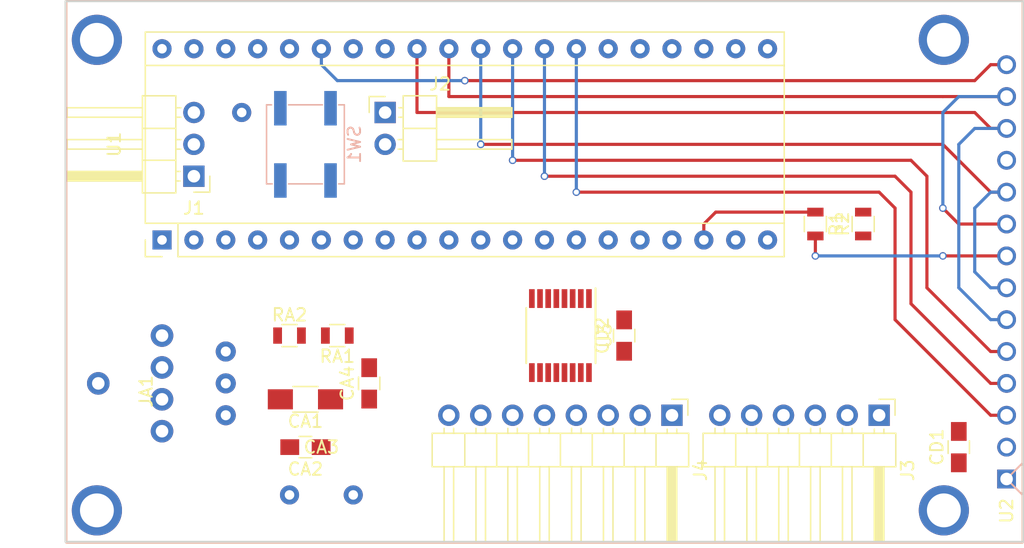
<source format=kicad_pcb>
(kicad_pcb (version 4) (host pcbnew 4.0.7)

  (general
    (links 64)
    (no_connects 52)
    (area 100.178799 20.270399 176.655801 63.498801)
    (thickness 1.6)
    (drawings 5)
    (tracks 68)
    (zones 0)
    (modules 19)
    (nets 54)
  )

  (page A4)
  (layers
    (0 F.Cu signal)
    (31 B.Cu signal)
    (32 B.Adhes user)
    (33 F.Adhes user)
    (34 B.Paste user)
    (35 F.Paste user)
    (36 B.SilkS user)
    (37 F.SilkS user)
    (38 B.Mask user)
    (39 F.Mask user)
    (40 Dwgs.User user)
    (41 Cmts.User user)
    (42 Eco1.User user)
    (43 Eco2.User user)
    (44 Edge.Cuts user)
    (45 Margin user)
    (46 B.CrtYd user)
    (47 F.CrtYd user)
    (48 B.Fab user)
    (49 F.Fab user)
  )

  (setup
    (last_trace_width 0.25)
    (trace_clearance 0.25)
    (zone_clearance 0.508)
    (zone_45_only no)
    (trace_min 0.25)
    (segment_width 0.2)
    (edge_width 0.15)
    (via_size 0.6)
    (via_drill 0.4)
    (via_min_size 0.4)
    (via_min_drill 0.3)
    (uvia_size 0.3)
    (uvia_drill 0.1)
    (uvias_allowed no)
    (uvia_min_size 0.2)
    (uvia_min_drill 0.1)
    (pcb_text_width 0.3)
    (pcb_text_size 1.5 1.5)
    (mod_edge_width 0.15)
    (mod_text_size 1 1)
    (mod_text_width 0.15)
    (pad_size 1.524 1.524)
    (pad_drill 0.762)
    (pad_to_mask_clearance 0.2)
    (aux_axis_origin 0 0)
    (visible_elements 7FFFFFFF)
    (pcbplotparams
      (layerselection 0x00030_80000001)
      (usegerberextensions false)
      (excludeedgelayer true)
      (linewidth 0.100000)
      (plotframeref false)
      (viasonmask false)
      (mode 1)
      (useauxorigin false)
      (hpglpennumber 1)
      (hpglpenspeed 20)
      (hpglpendiameter 15)
      (hpglpenoverlay 2)
      (psnegative false)
      (psa4output false)
      (plotreference true)
      (plotvalue true)
      (plotinvisibletext false)
      (padsonsilk false)
      (subtractmaskfromsilk false)
      (outputformat 1)
      (mirror false)
      (drillshape 1)
      (scaleselection 1)
      (outputdirectory ""))
  )

  (net 0 "")
  (net 1 "Net-(U1-Pad2)")
  (net 2 "Net-(U1-Pad3)")
  (net 3 "Net-(U1-Pad4)")
  (net 4 "Net-(U1-Pad5)")
  (net 5 "Net-(U1-Pad8)")
  (net 6 "Net-(U1-Pad9)")
  (net 7 "Net-(U1-Pad10)")
  (net 8 "Net-(U1-Pad11)")
  (net 9 "Net-(U1-Pad12)")
  (net 10 "Net-(U1-Pad13)")
  (net 11 "Net-(U1-Pad14)")
  (net 12 "Net-(U1-Pad15)")
  (net 13 "Net-(U1-Pad21)")
  (net 14 "Net-(U1-Pad22)")
  (net 15 "Net-(U1-Pad23)")
  (net 16 "Net-(U1-Pad24)")
  (net 17 "Net-(U1-Pad25)")
  (net 18 "Net-(U1-Pad26)")
  (net 19 "Net-(U1-Pad33)")
  (net 20 "Net-(U1-Pad34)")
  (net 21 "Net-(R1-Pad2)")
  (net 22 /V5V)
  (net 23 /PA6)
  (net 24 VCC)
  (net 25 "Net-(U1-Pad1)")
  (net 26 GND)
  (net 27 /PA2)
  (net 28 /PA3)
  (net 29 /PA4)
  (net 30 /PA5)
  (net 31 /PA7)
  (net 32 /PB10)
  (net 33 /PB11)
  (net 34 "Net-(U1-Pad40)")
  (net 35 /PA9)
  (net 36 /PA10)
  (net 37 /PRG)
  (net 38 /RESET)
  (net 39 "Net-(CA1-Pad2)")
  (net 40 /AGND)
  (net 41 /AVCC)
  (net 42 /PB9)
  (net 43 /AIN)
  (net 44 /AIN1+)
  (net 45 /AIN1-)
  (net 46 /AIN2+)
  (net 47 /AIN2-)
  (net 48 /REFIN-)
  (net 49 /REFIN+)
  (net 50 /PB8)
  (net 51 "Net-(U3-Pad2)")
  (net 52 "Net-(U3-Pad4)")
  (net 53 "Net-(U3-Pad11)")

  (net_class Default "This is the default net class."
    (clearance 0.25)
    (trace_width 0.25)
    (via_dia 0.6)
    (via_drill 0.4)
    (uvia_dia 0.3)
    (uvia_drill 0.1)
    (add_net /AGND)
    (add_net /AIN)
    (add_net /AIN1+)
    (add_net /AIN1-)
    (add_net /AIN2+)
    (add_net /AIN2-)
    (add_net /AVCC)
    (add_net /PA10)
    (add_net /PA2)
    (add_net /PA3)
    (add_net /PA4)
    (add_net /PA5)
    (add_net /PA6)
    (add_net /PA7)
    (add_net /PA9)
    (add_net /PB10)
    (add_net /PB11)
    (add_net /PB8)
    (add_net /PB9)
    (add_net /PRG)
    (add_net /REFIN+)
    (add_net /REFIN-)
    (add_net /RESET)
    (add_net /V5V)
    (add_net GND)
    (add_net "Net-(CA1-Pad2)")
    (add_net "Net-(R1-Pad2)")
    (add_net "Net-(U1-Pad1)")
    (add_net "Net-(U1-Pad10)")
    (add_net "Net-(U1-Pad11)")
    (add_net "Net-(U1-Pad12)")
    (add_net "Net-(U1-Pad13)")
    (add_net "Net-(U1-Pad14)")
    (add_net "Net-(U1-Pad15)")
    (add_net "Net-(U1-Pad2)")
    (add_net "Net-(U1-Pad21)")
    (add_net "Net-(U1-Pad22)")
    (add_net "Net-(U1-Pad23)")
    (add_net "Net-(U1-Pad24)")
    (add_net "Net-(U1-Pad25)")
    (add_net "Net-(U1-Pad26)")
    (add_net "Net-(U1-Pad3)")
    (add_net "Net-(U1-Pad33)")
    (add_net "Net-(U1-Pad34)")
    (add_net "Net-(U1-Pad4)")
    (add_net "Net-(U1-Pad40)")
    (add_net "Net-(U1-Pad5)")
    (add_net "Net-(U1-Pad8)")
    (add_net "Net-(U1-Pad9)")
    (add_net "Net-(U3-Pad11)")
    (add_net "Net-(U3-Pad2)")
    (add_net "Net-(U3-Pad4)")
    (add_net VCC)
  )

  (module tft24-320x240-14pins:TFT24-320x240-14PINS-NOCARD (layer F.Cu) (tedit 5A4A05CD) (tstamp 5A492748)
    (at 175.26 58.42 180)
    (tags "TFT ILI9341 LCD Breakout")
    (path /5A492637)
    (fp_text reference U2 (at 0 -2.54 270) (layer F.SilkS)
      (effects (font (size 1 1) (thickness 0.15)))
    )
    (fp_text value TFT2"4 (at 10.16 36.83 360) (layer F.Fab)
      (effects (font (size 1 1) (thickness 0.15)))
    )
    (fp_line (start -1.27 -1.27) (end 0 0) (layer B.SilkS) (width 0.15))
    (fp_line (start 0 0) (end -1.27 1.27) (layer B.SilkS) (width 0.15))
    (fp_line (start -1.27 -5.08) (end 74.93 -5.08) (layer B.SilkS) (width 0.15))
    (fp_line (start 74.93 -5.08) (end 74.93 38.1) (layer B.SilkS) (width 0.15))
    (fp_line (start 74.93 38.1) (end -1.27 38.1) (layer B.SilkS) (width 0.15))
    (fp_line (start -1.27 38.1) (end -1.27 -5.08) (layer B.SilkS) (width 0.15))
    (fp_line (start -1.27 -5.08) (end 74.93 -5.08) (layer F.SilkS) (width 0.15))
    (fp_line (start 74.93 -5.08) (end 74.93 36.83) (layer F.SilkS) (width 0.15))
    (fp_line (start 74.93 36.83) (end 74.93 38.1) (layer F.SilkS) (width 0.15))
    (fp_line (start 74.93 38.1) (end -1.27 38.1) (layer F.SilkS) (width 0.15))
    (fp_line (start -1.27 38.1) (end -1.27 -5.08) (layer F.SilkS) (width 0.15))
    (fp_text user %R (at 15.24 36.83 180) (layer F.Fab)
      (effects (font (size 1 1) (thickness 0.15)))
    )
    (pad 1 thru_hole rect (at 0 0 180) (size 1.5 1.5) (drill 1) (layers *.Cu *.Mask)
      (net 24 VCC))
    (pad 2 thru_hole circle (at 0 2.54 180) (size 1.5 1.5) (drill 1) (layers *.Cu *.Mask)
      (net 26 GND))
    (pad 3 thru_hole circle (at 0 5.08 180) (size 1.5 1.5) (drill 1) (layers *.Cu *.Mask)
      (net 27 /PA2))
    (pad 4 thru_hole circle (at 0 7.62 180) (size 1.5 1.5) (drill 1) (layers *.Cu *.Mask)
      (net 28 /PA3))
    (pad 5 thru_hole circle (at 0 10.16 180) (size 1.5 1.5) (drill 1) (layers *.Cu *.Mask)
      (net 29 /PA4))
    (pad 6 thru_hole circle (at 0 12.7 180) (size 1.5 1.5) (drill 1) (layers *.Cu *.Mask)
      (net 31 /PA7))
    (pad 7 thru_hole circle (at 0 15.24 180) (size 1.5 1.5) (drill 1) (layers *.Cu *.Mask)
      (net 30 /PA5))
    (pad 8 thru_hole circle (at 0 17.78 180) (size 1.5 1.5) (drill 1) (layers *.Cu *.Mask)
      (net 21 "Net-(R1-Pad2)"))
    (pad 9 thru_hole circle (at 0 20.32 180) (size 1.5 1.5) (drill 1) (layers *.Cu *.Mask)
      (net 23 /PA6))
    (pad "" thru_hole circle (at 5 -2.5 180) (size 4 4) (drill 2.7) (layers *.Cu *.Mask))
    (pad "" thru_hole circle (at 72.5 -2.5 180) (size 4 4) (drill 2.7) (layers *.Cu *.Mask))
    (pad "" thru_hole circle (at 72.5 35 180) (size 4 4) (drill 2.7) (layers *.Cu *.Mask))
    (pad "" thru_hole circle (at 5 35 180) (size 4 4) (drill 2.7) (layers *.Cu *.Mask))
    (pad 10 thru_hole circle (at 0 22.86 180) (size 1.5 1.5) (drill 1) (layers *.Cu *.Mask)
      (net 30 /PA5))
    (pad 11 thru_hole circle (at 0 25.4 180) (size 1.5 1.5) (drill 1) (layers *.Cu *.Mask)
      (net 33 /PB11))
    (pad 12 thru_hole circle (at 0 27.94 180) (size 1.5 1.5) (drill 1) (layers *.Cu *.Mask)
      (net 31 /PA7))
    (pad 13 thru_hole circle (at 0 30.48 180) (size 1.5 1.5) (drill 1) (layers *.Cu *.Mask)
      (net 23 /PA6))
    (pad 14 thru_hole circle (at 0 33.02 180) (size 1.5 1.5) (drill 1) (layers *.Cu *.Mask)
      (net 32 /PB10))
    (model ${KISYS3DMOD}/Displays.3dshapes/CR2013-MI2120.wrl
      (at (xyz 0 0 0))
      (scale (xyz 1 1 1))
      (rotate (xyz 0 0 0))
    )
  )

  (module Resistors_SMD:R_0805 (layer F.Cu) (tedit 58E0A804) (tstamp 5A48BE10)
    (at 160.02 38.1 270)
    (descr "Resistor SMD 0805, reflow soldering, Vishay (see dcrcw.pdf)")
    (tags "resistor 0805")
    (path /5A48BE83)
    (attr smd)
    (fp_text reference R1 (at 0 -1.65 270) (layer F.SilkS)
      (effects (font (size 1 1) (thickness 0.15)))
    )
    (fp_text value 330 (at 0 1.75 270) (layer F.Fab)
      (effects (font (size 1 1) (thickness 0.15)))
    )
    (fp_text user %R (at 0 0 270) (layer F.Fab)
      (effects (font (size 0.5 0.5) (thickness 0.075)))
    )
    (fp_line (start -1 0.62) (end -1 -0.62) (layer F.Fab) (width 0.1))
    (fp_line (start 1 0.62) (end -1 0.62) (layer F.Fab) (width 0.1))
    (fp_line (start 1 -0.62) (end 1 0.62) (layer F.Fab) (width 0.1))
    (fp_line (start -1 -0.62) (end 1 -0.62) (layer F.Fab) (width 0.1))
    (fp_line (start 0.6 0.88) (end -0.6 0.88) (layer F.SilkS) (width 0.12))
    (fp_line (start -0.6 -0.88) (end 0.6 -0.88) (layer F.SilkS) (width 0.12))
    (fp_line (start -1.55 -0.9) (end 1.55 -0.9) (layer F.CrtYd) (width 0.05))
    (fp_line (start -1.55 -0.9) (end -1.55 0.9) (layer F.CrtYd) (width 0.05))
    (fp_line (start 1.55 0.9) (end 1.55 -0.9) (layer F.CrtYd) (width 0.05))
    (fp_line (start 1.55 0.9) (end -1.55 0.9) (layer F.CrtYd) (width 0.05))
    (pad 1 smd rect (at -0.95 0 270) (size 0.7 1.3) (layers F.Cu F.Paste F.Mask)
      (net 22 /V5V))
    (pad 2 smd rect (at 0.95 0 270) (size 0.7 1.3) (layers F.Cu F.Paste F.Mask)
      (net 21 "Net-(R1-Pad2)"))
    (model ${KISYS3DMOD}/Resistors_SMD.3dshapes/R_0805.wrl
      (at (xyz 0 0 0))
      (scale (xyz 1 1 1))
      (rotate (xyz 0 0 0))
    )
  )

  (module Resistors_SMD:R_0805 (layer F.Cu) (tedit 5A4A592F) (tstamp 5A49083D)
    (at 163.83 38.1 90)
    (descr "Resistor SMD 0805, reflow soldering, Vishay (see dcrcw.pdf)")
    (tags "resistor 0805")
    (path /5A490BBC)
    (attr smd)
    (fp_text reference R2 (at 0 -1.65 90) (layer F.SilkS)
      (effects (font (size 1 1) (thickness 0.15)))
    )
    (fp_text value 10K (at 0.1778 1.8034 90) (layer F.Fab)
      (effects (font (size 1 1) (thickness 0.15)))
    )
    (fp_text user %R (at 0 0 90) (layer F.Fab)
      (effects (font (size 0.5 0.5) (thickness 0.075)))
    )
    (fp_line (start -1 0.62) (end -1 -0.62) (layer F.Fab) (width 0.1))
    (fp_line (start 1 0.62) (end -1 0.62) (layer F.Fab) (width 0.1))
    (fp_line (start 1 -0.62) (end 1 0.62) (layer F.Fab) (width 0.1))
    (fp_line (start -1 -0.62) (end 1 -0.62) (layer F.Fab) (width 0.1))
    (fp_line (start 0.6 0.88) (end -0.6 0.88) (layer F.SilkS) (width 0.12))
    (fp_line (start -0.6 -0.88) (end 0.6 -0.88) (layer F.SilkS) (width 0.12))
    (fp_line (start -1.55 -0.9) (end 1.55 -0.9) (layer F.CrtYd) (width 0.05))
    (fp_line (start -1.55 -0.9) (end -1.55 0.9) (layer F.CrtYd) (width 0.05))
    (fp_line (start 1.55 0.9) (end 1.55 -0.9) (layer F.CrtYd) (width 0.05))
    (fp_line (start 1.55 0.9) (end -1.55 0.9) (layer F.CrtYd) (width 0.05))
    (pad 1 smd rect (at -0.95 0 90) (size 0.7 1.3) (layers F.Cu F.Paste F.Mask)
      (net 23 /PA6))
    (pad 2 smd rect (at 0.95 0 90) (size 0.7 1.3) (layers F.Cu F.Paste F.Mask)
      (net 24 VCC))
    (model ${KISYS3DMOD}/Resistors_SMD.3dshapes/R_0805.wrl
      (at (xyz 0 0 0))
      (scale (xyz 1 1 1))
      (rotate (xyz 0 0 0))
    )
  )

  (module Pin_Headers:Pin_Header_Angled_1x03_Pitch2.54mm (layer F.Cu) (tedit 5A4A05E6) (tstamp 5A4A0114)
    (at 110.49 34.29 180)
    (descr "Through hole angled pin header, 1x03, 2.54mm pitch, 6mm pin length, single row")
    (tags "Through hole angled pin header THT 1x03 2.54mm single row")
    (path /5A493D50)
    (fp_text reference J1 (at 0 -2.54 180) (layer F.SilkS)
      (effects (font (size 1 1) (thickness 0.15)))
    )
    (fp_text value SPRG (at 1.27 7.62 180) (layer F.Fab)
      (effects (font (size 1 1) (thickness 0.15)))
    )
    (fp_line (start 2.135 -1.27) (end 4.04 -1.27) (layer F.Fab) (width 0.1))
    (fp_line (start 4.04 -1.27) (end 4.04 6.35) (layer F.Fab) (width 0.1))
    (fp_line (start 4.04 6.35) (end 1.5 6.35) (layer F.Fab) (width 0.1))
    (fp_line (start 1.5 6.35) (end 1.5 -0.635) (layer F.Fab) (width 0.1))
    (fp_line (start 1.5 -0.635) (end 2.135 -1.27) (layer F.Fab) (width 0.1))
    (fp_line (start -0.32 -0.32) (end 1.5 -0.32) (layer F.Fab) (width 0.1))
    (fp_line (start -0.32 -0.32) (end -0.32 0.32) (layer F.Fab) (width 0.1))
    (fp_line (start -0.32 0.32) (end 1.5 0.32) (layer F.Fab) (width 0.1))
    (fp_line (start 4.04 -0.32) (end 10.04 -0.32) (layer F.Fab) (width 0.1))
    (fp_line (start 10.04 -0.32) (end 10.04 0.32) (layer F.Fab) (width 0.1))
    (fp_line (start 4.04 0.32) (end 10.04 0.32) (layer F.Fab) (width 0.1))
    (fp_line (start -0.32 2.22) (end 1.5 2.22) (layer F.Fab) (width 0.1))
    (fp_line (start -0.32 2.22) (end -0.32 2.86) (layer F.Fab) (width 0.1))
    (fp_line (start -0.32 2.86) (end 1.5 2.86) (layer F.Fab) (width 0.1))
    (fp_line (start 4.04 2.22) (end 10.04 2.22) (layer F.Fab) (width 0.1))
    (fp_line (start 10.04 2.22) (end 10.04 2.86) (layer F.Fab) (width 0.1))
    (fp_line (start 4.04 2.86) (end 10.04 2.86) (layer F.Fab) (width 0.1))
    (fp_line (start -0.32 4.76) (end 1.5 4.76) (layer F.Fab) (width 0.1))
    (fp_line (start -0.32 4.76) (end -0.32 5.4) (layer F.Fab) (width 0.1))
    (fp_line (start -0.32 5.4) (end 1.5 5.4) (layer F.Fab) (width 0.1))
    (fp_line (start 4.04 4.76) (end 10.04 4.76) (layer F.Fab) (width 0.1))
    (fp_line (start 10.04 4.76) (end 10.04 5.4) (layer F.Fab) (width 0.1))
    (fp_line (start 4.04 5.4) (end 10.04 5.4) (layer F.Fab) (width 0.1))
    (fp_line (start 1.44 -1.33) (end 1.44 6.41) (layer F.SilkS) (width 0.12))
    (fp_line (start 1.44 6.41) (end 4.1 6.41) (layer F.SilkS) (width 0.12))
    (fp_line (start 4.1 6.41) (end 4.1 -1.33) (layer F.SilkS) (width 0.12))
    (fp_line (start 4.1 -1.33) (end 1.44 -1.33) (layer F.SilkS) (width 0.12))
    (fp_line (start 4.1 -0.38) (end 10.1 -0.38) (layer F.SilkS) (width 0.12))
    (fp_line (start 10.1 -0.38) (end 10.1 0.38) (layer F.SilkS) (width 0.12))
    (fp_line (start 10.1 0.38) (end 4.1 0.38) (layer F.SilkS) (width 0.12))
    (fp_line (start 4.1 -0.32) (end 10.1 -0.32) (layer F.SilkS) (width 0.12))
    (fp_line (start 4.1 -0.2) (end 10.1 -0.2) (layer F.SilkS) (width 0.12))
    (fp_line (start 4.1 -0.08) (end 10.1 -0.08) (layer F.SilkS) (width 0.12))
    (fp_line (start 4.1 0.04) (end 10.1 0.04) (layer F.SilkS) (width 0.12))
    (fp_line (start 4.1 0.16) (end 10.1 0.16) (layer F.SilkS) (width 0.12))
    (fp_line (start 4.1 0.28) (end 10.1 0.28) (layer F.SilkS) (width 0.12))
    (fp_line (start 1.11 -0.38) (end 1.44 -0.38) (layer F.SilkS) (width 0.12))
    (fp_line (start 1.11 0.38) (end 1.44 0.38) (layer F.SilkS) (width 0.12))
    (fp_line (start 1.44 1.27) (end 4.1 1.27) (layer F.SilkS) (width 0.12))
    (fp_line (start 4.1 2.16) (end 10.1 2.16) (layer F.SilkS) (width 0.12))
    (fp_line (start 10.1 2.16) (end 10.1 2.92) (layer F.SilkS) (width 0.12))
    (fp_line (start 10.1 2.92) (end 4.1 2.92) (layer F.SilkS) (width 0.12))
    (fp_line (start 1.042929 2.16) (end 1.44 2.16) (layer F.SilkS) (width 0.12))
    (fp_line (start 1.042929 2.92) (end 1.44 2.92) (layer F.SilkS) (width 0.12))
    (fp_line (start 1.44 3.81) (end 4.1 3.81) (layer F.SilkS) (width 0.12))
    (fp_line (start 4.1 4.7) (end 10.1 4.7) (layer F.SilkS) (width 0.12))
    (fp_line (start 10.1 4.7) (end 10.1 5.46) (layer F.SilkS) (width 0.12))
    (fp_line (start 10.1 5.46) (end 4.1 5.46) (layer F.SilkS) (width 0.12))
    (fp_line (start 1.042929 4.7) (end 1.44 4.7) (layer F.SilkS) (width 0.12))
    (fp_line (start 1.042929 5.46) (end 1.44 5.46) (layer F.SilkS) (width 0.12))
    (fp_line (start -1.27 0) (end -1.27 -1.27) (layer F.SilkS) (width 0.12))
    (fp_line (start -1.27 -1.27) (end 0 -1.27) (layer F.SilkS) (width 0.12))
    (fp_line (start -1.8 -1.8) (end -1.8 6.85) (layer F.CrtYd) (width 0.05))
    (fp_line (start -1.8 6.85) (end 10.55 6.85) (layer F.CrtYd) (width 0.05))
    (fp_line (start 10.55 6.85) (end 10.55 -1.8) (layer F.CrtYd) (width 0.05))
    (fp_line (start 10.55 -1.8) (end -1.8 -1.8) (layer F.CrtYd) (width 0.05))
    (fp_text user %R (at 2.77 2.54 270) (layer F.Fab)
      (effects (font (size 1 1) (thickness 0.15)))
    )
    (pad 1 thru_hole rect (at 0 0 180) (size 1.7 1.7) (drill 1) (layers *.Cu *.Mask)
      (net 35 /PA9))
    (pad 2 thru_hole oval (at 0 2.54 180) (size 1.7 1.7) (drill 1) (layers *.Cu *.Mask)
      (net 36 /PA10))
    (pad 3 thru_hole oval (at 0 5.08 180) (size 1.7 1.7) (drill 1) (layers *.Cu *.Mask)
      (net 40 /AGND))
    (model ${KISYS3DMOD}/Pin_Headers.3dshapes/Pin_Header_Angled_1x03_Pitch2.54mm.wrl
      (at (xyz 0 0 0))
      (scale (xyz 1 1 1))
      (rotate (xyz 0 0 0))
    )
  )

  (module Buttons_Switches_SMD:SW_SPST_EVPBF (layer B.Cu) (tedit 5A4A060B) (tstamp 5A4A0123)
    (at 119.38 31.75 90)
    (descr "Light Touch Switch")
    (path /5A494054)
    (attr smd)
    (fp_text reference SW1 (at 0 3.9 90) (layer B.SilkS)
      (effects (font (size 1 1) (thickness 0.15)) (justify mirror))
    )
    (fp_text value RESET (at 0 0 90) (layer F.Fab)
      (effects (font (size 1 1) (thickness 0.15)))
    )
    (fp_line (start -3.15 -2.65) (end -3.15 -3.1) (layer B.SilkS) (width 0.12))
    (fp_line (start -3.15 -3.1) (end 3.15 -3.1) (layer B.SilkS) (width 0.12))
    (fp_line (start 3.15 -3.1) (end 3.15 -2.7) (layer B.SilkS) (width 0.12))
    (fp_line (start -3.15 -1.35) (end -3.15 1.35) (layer B.SilkS) (width 0.12))
    (fp_line (start 3.15 1.35) (end 3.15 -1.35) (layer B.SilkS) (width 0.12))
    (fp_line (start -3.15 3.1) (end 3.15 3.1) (layer B.SilkS) (width 0.12))
    (fp_line (start 3.15 3.1) (end 3.15 2.65) (layer B.SilkS) (width 0.12))
    (fp_line (start -3.15 2.65) (end -3.15 3.1) (layer B.SilkS) (width 0.12))
    (fp_line (start -3 3) (end 3 3) (layer B.Fab) (width 0.1))
    (fp_line (start 3 3) (end 3 -3) (layer B.Fab) (width 0.1))
    (fp_line (start 3 -3) (end -3 -3) (layer B.Fab) (width 0.1))
    (fp_line (start -3 -3) (end -3 3) (layer B.Fab) (width 0.1))
    (fp_text user %R (at 0 3.9 90) (layer B.Fab)
      (effects (font (size 1 1) (thickness 0.15)) (justify mirror))
    )
    (fp_line (start -4.5 3.25) (end 4.5 3.25) (layer B.CrtYd) (width 0.05))
    (fp_line (start 4.5 3.25) (end 4.5 -3.25) (layer B.CrtYd) (width 0.05))
    (fp_line (start 4.5 -3.25) (end -4.5 -3.25) (layer B.CrtYd) (width 0.05))
    (fp_line (start -4.5 -3.25) (end -4.5 3.25) (layer B.CrtYd) (width 0.05))
    (fp_circle (center 0 0) (end 1.7 0) (layer B.Fab) (width 0.1))
    (pad 1 smd rect (at 2.88 2 90) (size 2.75 1) (layers B.Cu B.Paste B.Mask)
      (net 38 /RESET))
    (pad 1 smd rect (at -2.88 2 90) (size 2.75 1) (layers B.Cu B.Paste B.Mask)
      (net 38 /RESET))
    (pad 2 smd rect (at -2.88 -2 90) (size 2.75 1) (layers B.Cu B.Paste B.Mask)
      (net 40 /AGND))
    (pad 2 smd rect (at 2.88 -2 90) (size 2.75 1) (layers B.Cu B.Paste B.Mask)
      (net 40 /AGND))
    (model ${KISYS3DMOD}/Buttons_Switches_SMD.3dshapes/SW_SPST_EVPBF.wrl
      (at (xyz 0 0 0))
      (scale (xyz 1 1 1))
      (rotate (xyz 0 0 0))
    )
  )

  (module Pin_Headers:Pin_Header_Angled_1x02_Pitch2.54mm (layer F.Cu) (tedit 59650532) (tstamp 5A4A046F)
    (at 125.73 29.21)
    (descr "Through hole angled pin header, 1x02, 2.54mm pitch, 6mm pin length, single row")
    (tags "Through hole angled pin header THT 1x02 2.54mm single row")
    (path /5A4A0A9B)
    (fp_text reference J2 (at 4.385 -2.27) (layer F.SilkS)
      (effects (font (size 1 1) (thickness 0.15)))
    )
    (fp_text value PRG (at 4.385 4.81) (layer F.Fab)
      (effects (font (size 1 1) (thickness 0.15)))
    )
    (fp_line (start 2.135 -1.27) (end 4.04 -1.27) (layer F.Fab) (width 0.1))
    (fp_line (start 4.04 -1.27) (end 4.04 3.81) (layer F.Fab) (width 0.1))
    (fp_line (start 4.04 3.81) (end 1.5 3.81) (layer F.Fab) (width 0.1))
    (fp_line (start 1.5 3.81) (end 1.5 -0.635) (layer F.Fab) (width 0.1))
    (fp_line (start 1.5 -0.635) (end 2.135 -1.27) (layer F.Fab) (width 0.1))
    (fp_line (start -0.32 -0.32) (end 1.5 -0.32) (layer F.Fab) (width 0.1))
    (fp_line (start -0.32 -0.32) (end -0.32 0.32) (layer F.Fab) (width 0.1))
    (fp_line (start -0.32 0.32) (end 1.5 0.32) (layer F.Fab) (width 0.1))
    (fp_line (start 4.04 -0.32) (end 10.04 -0.32) (layer F.Fab) (width 0.1))
    (fp_line (start 10.04 -0.32) (end 10.04 0.32) (layer F.Fab) (width 0.1))
    (fp_line (start 4.04 0.32) (end 10.04 0.32) (layer F.Fab) (width 0.1))
    (fp_line (start -0.32 2.22) (end 1.5 2.22) (layer F.Fab) (width 0.1))
    (fp_line (start -0.32 2.22) (end -0.32 2.86) (layer F.Fab) (width 0.1))
    (fp_line (start -0.32 2.86) (end 1.5 2.86) (layer F.Fab) (width 0.1))
    (fp_line (start 4.04 2.22) (end 10.04 2.22) (layer F.Fab) (width 0.1))
    (fp_line (start 10.04 2.22) (end 10.04 2.86) (layer F.Fab) (width 0.1))
    (fp_line (start 4.04 2.86) (end 10.04 2.86) (layer F.Fab) (width 0.1))
    (fp_line (start 1.44 -1.33) (end 1.44 3.87) (layer F.SilkS) (width 0.12))
    (fp_line (start 1.44 3.87) (end 4.1 3.87) (layer F.SilkS) (width 0.12))
    (fp_line (start 4.1 3.87) (end 4.1 -1.33) (layer F.SilkS) (width 0.12))
    (fp_line (start 4.1 -1.33) (end 1.44 -1.33) (layer F.SilkS) (width 0.12))
    (fp_line (start 4.1 -0.38) (end 10.1 -0.38) (layer F.SilkS) (width 0.12))
    (fp_line (start 10.1 -0.38) (end 10.1 0.38) (layer F.SilkS) (width 0.12))
    (fp_line (start 10.1 0.38) (end 4.1 0.38) (layer F.SilkS) (width 0.12))
    (fp_line (start 4.1 -0.32) (end 10.1 -0.32) (layer F.SilkS) (width 0.12))
    (fp_line (start 4.1 -0.2) (end 10.1 -0.2) (layer F.SilkS) (width 0.12))
    (fp_line (start 4.1 -0.08) (end 10.1 -0.08) (layer F.SilkS) (width 0.12))
    (fp_line (start 4.1 0.04) (end 10.1 0.04) (layer F.SilkS) (width 0.12))
    (fp_line (start 4.1 0.16) (end 10.1 0.16) (layer F.SilkS) (width 0.12))
    (fp_line (start 4.1 0.28) (end 10.1 0.28) (layer F.SilkS) (width 0.12))
    (fp_line (start 1.11 -0.38) (end 1.44 -0.38) (layer F.SilkS) (width 0.12))
    (fp_line (start 1.11 0.38) (end 1.44 0.38) (layer F.SilkS) (width 0.12))
    (fp_line (start 1.44 1.27) (end 4.1 1.27) (layer F.SilkS) (width 0.12))
    (fp_line (start 4.1 2.16) (end 10.1 2.16) (layer F.SilkS) (width 0.12))
    (fp_line (start 10.1 2.16) (end 10.1 2.92) (layer F.SilkS) (width 0.12))
    (fp_line (start 10.1 2.92) (end 4.1 2.92) (layer F.SilkS) (width 0.12))
    (fp_line (start 1.042929 2.16) (end 1.44 2.16) (layer F.SilkS) (width 0.12))
    (fp_line (start 1.042929 2.92) (end 1.44 2.92) (layer F.SilkS) (width 0.12))
    (fp_line (start -1.27 0) (end -1.27 -1.27) (layer F.SilkS) (width 0.12))
    (fp_line (start -1.27 -1.27) (end 0 -1.27) (layer F.SilkS) (width 0.12))
    (fp_line (start -1.8 -1.8) (end -1.8 4.35) (layer F.CrtYd) (width 0.05))
    (fp_line (start -1.8 4.35) (end 10.55 4.35) (layer F.CrtYd) (width 0.05))
    (fp_line (start 10.55 4.35) (end 10.55 -1.8) (layer F.CrtYd) (width 0.05))
    (fp_line (start 10.55 -1.8) (end -1.8 -1.8) (layer F.CrtYd) (width 0.05))
    (fp_text user %R (at 2.77 1.27 90) (layer F.Fab)
      (effects (font (size 1 1) (thickness 0.15)))
    )
    (pad 1 thru_hole rect (at 0 0) (size 1.7 1.7) (drill 1) (layers *.Cu *.Mask)
      (net 41 /AVCC))
    (pad 2 thru_hole oval (at 0 2.54) (size 1.7 1.7) (drill 1) (layers *.Cu *.Mask)
      (net 37 /PRG))
    (model ${KISYS3DMOD}/Pin_Headers.3dshapes/Pin_Header_Angled_1x02_Pitch2.54mm.wrl
      (at (xyz 0 0 0))
      (scale (xyz 1 1 1))
      (rotate (xyz 0 0 0))
    )
  )

  (module Resistors_SMD:R_0805 (layer F.Cu) (tedit 58E0A804) (tstamp 5A4A139B)
    (at 121.92 46.99 180)
    (descr "Resistor SMD 0805, reflow soldering, Vishay (see dcrcw.pdf)")
    (tags "resistor 0805")
    (path /5A4A179A)
    (attr smd)
    (fp_text reference RA1 (at 0 -1.65 180) (layer F.SilkS)
      (effects (font (size 1 1) (thickness 0.15)))
    )
    (fp_text value 10K (at 0 1.75 180) (layer F.Fab)
      (effects (font (size 1 1) (thickness 0.15)))
    )
    (fp_text user %R (at 0 0 180) (layer F.Fab)
      (effects (font (size 0.5 0.5) (thickness 0.075)))
    )
    (fp_line (start -1 0.62) (end -1 -0.62) (layer F.Fab) (width 0.1))
    (fp_line (start 1 0.62) (end -1 0.62) (layer F.Fab) (width 0.1))
    (fp_line (start 1 -0.62) (end 1 0.62) (layer F.Fab) (width 0.1))
    (fp_line (start -1 -0.62) (end 1 -0.62) (layer F.Fab) (width 0.1))
    (fp_line (start 0.6 0.88) (end -0.6 0.88) (layer F.SilkS) (width 0.12))
    (fp_line (start -0.6 -0.88) (end 0.6 -0.88) (layer F.SilkS) (width 0.12))
    (fp_line (start -1.55 -0.9) (end 1.55 -0.9) (layer F.CrtYd) (width 0.05))
    (fp_line (start -1.55 -0.9) (end -1.55 0.9) (layer F.CrtYd) (width 0.05))
    (fp_line (start 1.55 0.9) (end 1.55 -0.9) (layer F.CrtYd) (width 0.05))
    (fp_line (start 1.55 0.9) (end -1.55 0.9) (layer F.CrtYd) (width 0.05))
    (pad 1 smd rect (at -0.95 0 180) (size 0.7 1.3) (layers F.Cu F.Paste F.Mask)
      (net 40 /AGND))
    (pad 2 smd rect (at 0.95 0 180) (size 0.7 1.3) (layers F.Cu F.Paste F.Mask)
      (net 43 /AIN))
    (model ${KISYS3DMOD}/Resistors_SMD.3dshapes/R_0805.wrl
      (at (xyz 0 0 0))
      (scale (xyz 1 1 1))
      (rotate (xyz 0 0 0))
    )
  )

  (module Resistors_SMD:R_0805 (layer F.Cu) (tedit 58E0A804) (tstamp 5A4A13A1)
    (at 118.11 46.99)
    (descr "Resistor SMD 0805, reflow soldering, Vishay (see dcrcw.pdf)")
    (tags "resistor 0805")
    (path /5A4A16CA)
    (attr smd)
    (fp_text reference RA2 (at 0 -1.65) (layer F.SilkS)
      (effects (font (size 1 1) (thickness 0.15)))
    )
    (fp_text value 10K (at 0 1.75) (layer F.Fab)
      (effects (font (size 1 1) (thickness 0.15)))
    )
    (fp_text user %R (at 0 0) (layer F.Fab)
      (effects (font (size 0.5 0.5) (thickness 0.075)))
    )
    (fp_line (start -1 0.62) (end -1 -0.62) (layer F.Fab) (width 0.1))
    (fp_line (start 1 0.62) (end -1 0.62) (layer F.Fab) (width 0.1))
    (fp_line (start 1 -0.62) (end 1 0.62) (layer F.Fab) (width 0.1))
    (fp_line (start -1 -0.62) (end 1 -0.62) (layer F.Fab) (width 0.1))
    (fp_line (start 0.6 0.88) (end -0.6 0.88) (layer F.SilkS) (width 0.12))
    (fp_line (start -0.6 -0.88) (end 0.6 -0.88) (layer F.SilkS) (width 0.12))
    (fp_line (start -1.55 -0.9) (end 1.55 -0.9) (layer F.CrtYd) (width 0.05))
    (fp_line (start -1.55 -0.9) (end -1.55 0.9) (layer F.CrtYd) (width 0.05))
    (fp_line (start 1.55 0.9) (end 1.55 -0.9) (layer F.CrtYd) (width 0.05))
    (fp_line (start 1.55 0.9) (end -1.55 0.9) (layer F.CrtYd) (width 0.05))
    (pad 1 smd rect (at -0.95 0) (size 0.7 1.3) (layers F.Cu F.Paste F.Mask)
      (net 43 /AIN))
    (pad 2 smd rect (at 0.95 0) (size 0.7 1.3) (layers F.Cu F.Paste F.Mask)
      (net 41 /AVCC))
    (model ${KISYS3DMOD}/Resistors_SMD.3dshapes/R_0805.wrl
      (at (xyz 0 0 0))
      (scale (xyz 1 1 1))
      (rotate (xyz 0 0 0))
    )
  )

  (module modules:smt32f103-generic (layer F.Cu) (tedit 5A4A54AD) (tstamp 5A48BCD9)
    (at 107.95 39.37 90)
    (descr "smt32f103 generic module")
    (tags "smt32 smtf103 Module")
    (path /5A48BB63)
    (fp_text reference U1 (at 7.62 -3.81 90) (layer F.SilkS)
      (effects (font (size 1 1) (thickness 0.15)))
    )
    (fp_text value stm32f103 (at 7.62 26.035 90) (layer F.Fab)
      (effects (font (size 1 1) (thickness 0.15)))
    )
    (fp_line (start -1.5494 -1.1176) (end -1.5494 49.5554) (layer F.Fab) (width 0.15))
    (fp_line (start 16.6116 -1.2192) (end 16.637 49.4538) (layer F.Fab) (width 0.15))
    (fp_line (start -3.2004 49.53) (end 18.415 49.53) (layer F.Fab) (width 0.15))
    (fp_line (start -3.1496 -1.2446) (end 18.4404 -1.2446) (layer F.Fab) (width 0.15))
    (fp_line (start 18.415 -1.27) (end 18.415 49.53) (layer F.Fab) (width 0.15))
    (fp_line (start -3.175 49.53) (end -3.175 -1.27) (layer F.Fab) (width 0.15))
    (fp_line (start 6.985 9.525) (end 12.065 9.525) (layer F.Fab) (width 0.15))
    (fp_line (start 12.065 9.525) (end 12.065 15.875) (layer F.Fab) (width 0.15))
    (fp_line (start 12.065 15.875) (end 6.985 15.875) (layer F.Fab) (width 0.15))
    (fp_line (start 6.985 15.875) (end 6.985 9.525) (layer F.Fab) (width 0.15))
    (fp_line (start 11.43 10.16) (end 11.43 15.24) (layer F.Fab) (width 0.15))
    (fp_line (start 11.43 15.24) (end 7.62 15.24) (layer F.Fab) (width 0.15))
    (fp_line (start 7.62 15.24) (end 7.62 10.16) (layer F.Fab) (width 0.15))
    (fp_line (start 7.62 10.16) (end 11.43 10.16) (layer F.Fab) (width 0.15))
    (fp_line (start 3.7846 -2.54) (end 3.7846 3.9624) (layer F.Fab) (width 0.15))
    (fp_line (start 11.4046 -2.5654) (end 11.4046 3.9116) (layer F.Fab) (width 0.15))
    (fp_line (start 1.33 -1.33) (end 16.57 -1.33) (layer F.SilkS) (width 0.12))
    (fp_line (start 16.57 49.59) (end -1.33 49.59) (layer F.SilkS) (width 0.12))
    (fp_line (start 3.81 -2.54) (end 11.43 -2.54) (layer F.Fab) (width 0.1))
    (fp_line (start 16.57 -1.33) (end 16.57 49.59) (layer F.SilkS) (width 0.12))
    (fp_line (start -1.33 49.59) (end -1.33 1.27) (layer F.SilkS) (width 0.12))
    (fp_line (start 1.33 -1.33) (end 1.33 49.59) (layer F.SilkS) (width 0.12))
    (fp_line (start 13.91 49.59) (end 13.91 -1.33) (layer F.SilkS) (width 0.12))
    (fp_line (start -1.33 1.27) (end 1.33 1.27) (layer F.SilkS) (width 0.12))
    (fp_line (start -1.52 49.78) (end -1.52 -2.79) (layer F.CrtYd) (width 0.05))
    (fp_line (start -1.52 -2.79) (end 16.76 -2.79) (layer F.CrtYd) (width 0.05))
    (fp_line (start 16.76 -2.79) (end 16.76 49.78) (layer F.CrtYd) (width 0.05))
    (fp_line (start 16.76 49.78) (end -1.52 49.78) (layer F.CrtYd) (width 0.05))
    (fp_line (start 0 -1.33) (end -1.33 -1.33) (layer F.SilkS) (width 0.12))
    (fp_line (start -1.33 -1.33) (end -1.33 0) (layer F.SilkS) (width 0.12))
    (fp_line (start 1.27 -1.27) (end 1.27 49.53) (layer F.Fab) (width 0.1))
    (fp_line (start 13.97 -1.27) (end 13.97 49.53) (layer F.Fab) (width 0.1))
    (fp_text user %R (at 7.62 24.13 90) (layer F.Fab)
      (effects (font (size 1 1) (thickness 0.15)))
    )
    (fp_line (start 3.81 3.9624) (end 11.43 3.9624) (layer F.Fab) (width 0.1))
    (pad 1 thru_hole rect (at 0 0 90) (size 1.524 1.524) (drill 0.762) (layers *.Cu *.Mask)
      (net 25 "Net-(U1-Pad1)"))
    (pad 2 thru_hole circle (at 0 2.54 90) (size 1.524 1.524) (drill 0.762) (layers *.Cu *.Mask)
      (net 1 "Net-(U1-Pad2)"))
    (pad 3 thru_hole circle (at 0 5.08 90) (size 1.524 1.524) (drill 0.762) (layers *.Cu *.Mask)
      (net 2 "Net-(U1-Pad3)"))
    (pad 4 thru_hole circle (at 0 7.62 90) (size 1.524 1.524) (drill 0.762) (layers *.Cu *.Mask)
      (net 3 "Net-(U1-Pad4)"))
    (pad 5 thru_hole circle (at 0 10.16 90) (size 1.524 1.524) (drill 0.762) (layers *.Cu *.Mask)
      (net 4 "Net-(U1-Pad5)"))
    (pad 6 thru_hole circle (at 0 12.7 90) (size 1.524 1.524) (drill 0.762) (layers *.Cu *.Mask)
      (net 35 /PA9))
    (pad 7 thru_hole circle (at 0 15.24 90) (size 1.524 1.524) (drill 0.762) (layers *.Cu *.Mask)
      (net 36 /PA10))
    (pad 8 thru_hole circle (at 0 17.78 90) (size 1.524 1.524) (drill 0.762) (layers *.Cu *.Mask)
      (net 5 "Net-(U1-Pad8)"))
    (pad 9 thru_hole circle (at 0 20.32 90) (size 1.524 1.524) (drill 0.762) (layers *.Cu *.Mask)
      (net 6 "Net-(U1-Pad9)"))
    (pad 10 thru_hole circle (at 0 22.86 90) (size 1.524 1.524) (drill 0.762) (layers *.Cu *.Mask)
      (net 7 "Net-(U1-Pad10)"))
    (pad 11 thru_hole circle (at 0 25.4 90) (size 1.524 1.524) (drill 0.762) (layers *.Cu *.Mask)
      (net 8 "Net-(U1-Pad11)"))
    (pad 12 thru_hole circle (at 0 27.94 90) (size 1.524 1.524) (drill 0.762) (layers *.Cu *.Mask)
      (net 9 "Net-(U1-Pad12)"))
    (pad 13 thru_hole circle (at 0 30.48 90) (size 1.524 1.524) (drill 0.762) (layers *.Cu *.Mask)
      (net 10 "Net-(U1-Pad13)"))
    (pad 14 thru_hole circle (at 0 33.02 90) (size 1.524 1.524) (drill 0.762) (layers *.Cu *.Mask)
      (net 11 "Net-(U1-Pad14)"))
    (pad 15 thru_hole circle (at 0 35.56 90) (size 1.524 1.524) (drill 0.762) (layers *.Cu *.Mask)
      (net 12 "Net-(U1-Pad15)"))
    (pad 16 thru_hole circle (at 0 38.1 90) (size 1.524 1.524) (drill 0.762) (layers *.Cu *.Mask)
      (net 50 /PB8))
    (pad 17 thru_hole circle (at 0 40.64 90) (size 1.524 1.524) (drill 0.762) (layers *.Cu *.Mask)
      (net 42 /PB9))
    (pad 18 thru_hole circle (at 0 43.18 90) (size 1.524 1.524) (drill 0.762) (layers *.Cu *.Mask)
      (net 22 /V5V))
    (pad 19 thru_hole circle (at 0 45.72 90) (size 1.524 1.524) (drill 0.762) (layers *.Cu *.Mask)
      (net 26 GND))
    (pad 20 thru_hole circle (at 0 48.26 90) (size 1.524 1.524) (drill 0.762) (layers *.Cu *.Mask)
      (net 24 VCC))
    (pad 21 thru_hole circle (at 15.24 48.26 90) (size 1.524 1.524) (drill 0.762) (layers *.Cu *.Mask)
      (net 13 "Net-(U1-Pad21)"))
    (pad 22 thru_hole circle (at 15.24 45.72 90) (size 1.524 1.524) (drill 0.762) (layers *.Cu *.Mask)
      (net 14 "Net-(U1-Pad22)"))
    (pad 23 thru_hole circle (at 15.24 43.18 90) (size 1.524 1.524) (drill 0.762) (layers *.Cu *.Mask)
      (net 15 "Net-(U1-Pad23)"))
    (pad 24 thru_hole circle (at 15.24 40.64 90) (size 1.524 1.524) (drill 0.762) (layers *.Cu *.Mask)
      (net 16 "Net-(U1-Pad24)"))
    (pad 25 thru_hole circle (at 15.24 38.1 90) (size 1.524 1.524) (drill 0.762) (layers *.Cu *.Mask)
      (net 17 "Net-(U1-Pad25)"))
    (pad 26 thru_hole circle (at 15.24 35.56 90) (size 1.524 1.524) (drill 0.762) (layers *.Cu *.Mask)
      (net 18 "Net-(U1-Pad26)"))
    (pad 27 thru_hole circle (at 15.24 33.02 90) (size 1.524 1.524) (drill 0.762) (layers *.Cu *.Mask)
      (net 27 /PA2))
    (pad 28 thru_hole circle (at 15.24 30.48 90) (size 1.524 1.524) (drill 0.762) (layers *.Cu *.Mask)
      (net 28 /PA3))
    (pad 29 thru_hole circle (at 15.24 27.94 90) (size 1.524 1.524) (drill 0.762) (layers *.Cu *.Mask)
      (net 29 /PA4))
    (pad 30 thru_hole circle (at 15.24 25.4 90) (size 1.524 1.524) (drill 0.762) (layers *.Cu *.Mask)
      (net 30 /PA5))
    (pad 31 thru_hole circle (at 15.24 22.86 90) (size 1.524 1.524) (drill 0.762) (layers *.Cu *.Mask)
      (net 23 /PA6))
    (pad 32 thru_hole circle (at 15.24 20.32 90) (size 1.524 1.524) (drill 0.762) (layers *.Cu *.Mask)
      (net 31 /PA7))
    (pad 33 thru_hole circle (at 15.24 17.78 90) (size 1.524 1.524) (drill 0.762) (layers *.Cu *.Mask)
      (net 19 "Net-(U1-Pad33)"))
    (pad 34 thru_hole circle (at 15.24 15.24 90) (size 1.524 1.524) (drill 0.762) (layers *.Cu *.Mask)
      (net 20 "Net-(U1-Pad34)"))
    (pad 35 thru_hole circle (at 15.24 12.7 90) (size 1.524 1.524) (drill 0.762) (layers *.Cu *.Mask)
      (net 32 /PB10))
    (pad 36 thru_hole circle (at 15.24 10.16 90) (size 1.524 1.524) (drill 0.762) (layers *.Cu *.Mask)
      (net 33 /PB11))
    (pad 37 thru_hole circle (at 15.24 7.62 90) (size 1.524 1.524) (drill 0.762) (layers *.Cu *.Mask)
      (net 38 /RESET))
    (pad 38 thru_hole circle (at 15.24 5.08 90) (size 1.524 1.524) (drill 0.762) (layers *.Cu *.Mask)
      (net 41 /AVCC))
    (pad 39 thru_hole circle (at 15.24 2.54 90) (size 1.524 1.524) (drill 0.762) (layers *.Cu *.Mask)
      (net 40 /AGND))
    (pad 40 thru_hole circle (at 15.24 0 90) (size 1.524 1.524) (drill 0.762) (layers *.Cu *.Mask)
      (net 34 "Net-(U1-Pad40)"))
    (pad 41 thru_hole circle (at 10.16 6.35 90) (size 1.524 1.524) (drill 0.762) (layers *.Cu *.Mask)
      (net 37 /PRG))
    (model ${KISYS3DMOD}/Module.3dshapes/Maple_Mini.wrl
      (at (xyz 0 0 0))
      (scale (xyz 1 1 1))
      (rotate (xyz 0 0 0))
    )
  )

  (module modules:jack_35mm_through_holes_switch (layer F.Cu) (tedit 5A4A6AF9) (tstamp 5A4BC3DD)
    (at 102.87 50.8 90)
    (path /5A4A1276)
    (fp_text reference JA1 (at -0.635 3.81 90) (layer F.SilkS)
      (effects (font (size 1 1) (thickness 0.15)))
    )
    (fp_text value Audio-Jack-3 (at 0 -6.985 90) (layer F.Fab)
      (effects (font (size 1 1) (thickness 0.15)))
    )
    (fp_line (start -2.54 -2.54) (end -2.54 -5.08) (layer F.Fab) (width 0.15))
    (fp_line (start -2.54 -5.08) (end 2.54 -5.08) (layer F.Fab) (width 0.15))
    (fp_line (start 2.54 -5.08) (end 2.54 -2.54) (layer F.Fab) (width 0.15))
    (fp_line (start -6.35 11.43) (end 6.35 11.43) (layer F.Fab) (width 0.15))
    (fp_line (start -6.35 -2.54) (end 6.35 -2.54) (layer F.Fab) (width 0.15))
    (fp_line (start -6.35 11.43) (end -6.35 -2.54) (layer F.Fab) (width 0.15))
    (fp_line (start 6.35 -2.54) (end 6.35 11.43) (layer F.Fab) (width 0.15))
    (pad 3 thru_hole circle (at 0 0 90) (size 1.8 1.8) (drill 1) (layers *.Cu *.Mask)
      (net 40 /AGND))
    (pad 7 thru_hole circle (at 0 10.16 90) (size 1.6 1.6) (drill 0.8) (layers *.Cu *.Mask))
    (pad 8 thru_hole circle (at 2.54 10.16 90) (size 1.6 1.6) (drill 0.8) (layers *.Cu *.Mask))
    (pad 6 thru_hole circle (at -2.54 10.16 90) (size 1.6 1.6) (drill 0.8) (layers *.Cu *.Mask))
    (pad 4 thru_hole circle (at -1.27 5.08 90) (size 1.8 1.8) (drill 1) (layers *.Cu *.Mask))
    (pad 1 thru_hole circle (at -3.81 5.08 90) (size 1.8 1.8) (drill 1) (layers *.Cu *.Mask)
      (net 39 "Net-(CA1-Pad2)"))
    (pad 5 thru_hole circle (at 1.27 5.08 90) (size 1.8 1.8) (drill 1) (layers *.Cu *.Mask))
    (pad 2 thru_hole circle (at 3.81 5.08 90) (size 1.8 1.8) (drill 1) (layers *.Cu *.Mask)
      (net 41 /AVCC))
  )

  (module Capacitors_SMD:C_0805_HandSoldering (layer F.Cu) (tedit 58AA84A8) (tstamp 5A4BC466)
    (at 171.45 55.88 90)
    (descr "Capacitor SMD 0805, hand soldering")
    (tags "capacitor 0805")
    (path /5A49FEC2)
    (attr smd)
    (fp_text reference CD1 (at 0 -1.75 90) (layer F.SilkS)
      (effects (font (size 1 1) (thickness 0.15)))
    )
    (fp_text value 100nf (at 0 1.75 90) (layer F.Fab)
      (effects (font (size 1 1) (thickness 0.15)))
    )
    (fp_text user %R (at 0 -1.75 90) (layer F.Fab)
      (effects (font (size 1 1) (thickness 0.15)))
    )
    (fp_line (start -1 0.62) (end -1 -0.62) (layer F.Fab) (width 0.1))
    (fp_line (start 1 0.62) (end -1 0.62) (layer F.Fab) (width 0.1))
    (fp_line (start 1 -0.62) (end 1 0.62) (layer F.Fab) (width 0.1))
    (fp_line (start -1 -0.62) (end 1 -0.62) (layer F.Fab) (width 0.1))
    (fp_line (start 0.5 -0.85) (end -0.5 -0.85) (layer F.SilkS) (width 0.12))
    (fp_line (start -0.5 0.85) (end 0.5 0.85) (layer F.SilkS) (width 0.12))
    (fp_line (start -2.25 -0.88) (end 2.25 -0.88) (layer F.CrtYd) (width 0.05))
    (fp_line (start -2.25 -0.88) (end -2.25 0.87) (layer F.CrtYd) (width 0.05))
    (fp_line (start 2.25 0.87) (end 2.25 -0.88) (layer F.CrtYd) (width 0.05))
    (fp_line (start 2.25 0.87) (end -2.25 0.87) (layer F.CrtYd) (width 0.05))
    (pad 1 smd rect (at -1.25 0 90) (size 1.5 1.25) (layers F.Cu F.Paste F.Mask)
      (net 24 VCC))
    (pad 2 smd rect (at 1.25 0 90) (size 1.5 1.25) (layers F.Cu F.Paste F.Mask)
      (net 26 GND))
    (model Capacitors_SMD.3dshapes/C_0805.wrl
      (at (xyz 0 0 0))
      (scale (xyz 1 1 1))
      (rotate (xyz 0 0 0))
    )
  )

  (module Capacitors_SMD:C_0805_HandSoldering (layer F.Cu) (tedit 58AA84A8) (tstamp 5A524751)
    (at 144.78 46.99 90)
    (descr "Capacitor SMD 0805, hand soldering")
    (tags "capacitor 0805")
    (path /5A5290FA)
    (attr smd)
    (fp_text reference CD2 (at 0 -1.75 90) (layer F.SilkS)
      (effects (font (size 1 1) (thickness 0.15)))
    )
    (fp_text value 100nf (at 0 1.75 90) (layer F.Fab)
      (effects (font (size 1 1) (thickness 0.15)))
    )
    (fp_text user %R (at 0 -1.75 90) (layer F.Fab)
      (effects (font (size 1 1) (thickness 0.15)))
    )
    (fp_line (start -1 0.62) (end -1 -0.62) (layer F.Fab) (width 0.1))
    (fp_line (start 1 0.62) (end -1 0.62) (layer F.Fab) (width 0.1))
    (fp_line (start 1 -0.62) (end 1 0.62) (layer F.Fab) (width 0.1))
    (fp_line (start -1 -0.62) (end 1 -0.62) (layer F.Fab) (width 0.1))
    (fp_line (start 0.5 -0.85) (end -0.5 -0.85) (layer F.SilkS) (width 0.12))
    (fp_line (start -0.5 0.85) (end 0.5 0.85) (layer F.SilkS) (width 0.12))
    (fp_line (start -2.25 -0.88) (end 2.25 -0.88) (layer F.CrtYd) (width 0.05))
    (fp_line (start -2.25 -0.88) (end -2.25 0.87) (layer F.CrtYd) (width 0.05))
    (fp_line (start 2.25 0.87) (end 2.25 -0.88) (layer F.CrtYd) (width 0.05))
    (fp_line (start 2.25 0.87) (end -2.25 0.87) (layer F.CrtYd) (width 0.05))
    (pad 1 smd rect (at -1.25 0 90) (size 1.5 1.25) (layers F.Cu F.Paste F.Mask)
      (net 24 VCC))
    (pad 2 smd rect (at 1.25 0 90) (size 1.5 1.25) (layers F.Cu F.Paste F.Mask)
      (net 26 GND))
    (model Capacitors_SMD.3dshapes/C_0805.wrl
      (at (xyz 0 0 0))
      (scale (xyz 1 1 1))
      (rotate (xyz 0 0 0))
    )
  )

  (module Housings_SSOP:TSSOP-16_4.4x5mm_Pitch0.65mm (layer F.Cu) (tedit 54130A77) (tstamp 5A52477B)
    (at 139.7 46.99 270)
    (descr "16-Lead Plastic Thin Shrink Small Outline (ST)-4.4 mm Body [TSSOP] (see Microchip Packaging Specification 00000049BS.pdf)")
    (tags "SSOP 0.65")
    (path /5A524317)
    (attr smd)
    (fp_text reference U3 (at 0 -3.55 270) (layer F.SilkS)
      (effects (font (size 1 1) (thickness 0.15)))
    )
    (fp_text value AD7793 (at 0 3.55 270) (layer F.Fab)
      (effects (font (size 1 1) (thickness 0.15)))
    )
    (fp_line (start -1.2 -2.5) (end 2.2 -2.5) (layer F.Fab) (width 0.15))
    (fp_line (start 2.2 -2.5) (end 2.2 2.5) (layer F.Fab) (width 0.15))
    (fp_line (start 2.2 2.5) (end -2.2 2.5) (layer F.Fab) (width 0.15))
    (fp_line (start -2.2 2.5) (end -2.2 -1.5) (layer F.Fab) (width 0.15))
    (fp_line (start -2.2 -1.5) (end -1.2 -2.5) (layer F.Fab) (width 0.15))
    (fp_line (start -3.95 -2.9) (end -3.95 2.8) (layer F.CrtYd) (width 0.05))
    (fp_line (start 3.95 -2.9) (end 3.95 2.8) (layer F.CrtYd) (width 0.05))
    (fp_line (start -3.95 -2.9) (end 3.95 -2.9) (layer F.CrtYd) (width 0.05))
    (fp_line (start -3.95 2.8) (end 3.95 2.8) (layer F.CrtYd) (width 0.05))
    (fp_line (start -2.2 2.725) (end 2.2 2.725) (layer F.SilkS) (width 0.15))
    (fp_line (start -3.775 -2.8) (end 2.2 -2.8) (layer F.SilkS) (width 0.15))
    (fp_text user %R (at 0 0 270) (layer F.Fab)
      (effects (font (size 0.8 0.8) (thickness 0.15)))
    )
    (pad 1 smd rect (at -2.95 -2.275 270) (size 1.5 0.45) (layers F.Cu F.Paste F.Mask)
      (net 30 /PA5))
    (pad 2 smd rect (at -2.95 -1.625 270) (size 1.5 0.45) (layers F.Cu F.Paste F.Mask)
      (net 51 "Net-(U3-Pad2)"))
    (pad 3 smd rect (at -2.95 -0.975 270) (size 1.5 0.45) (layers F.Cu F.Paste F.Mask)
      (net 50 /PB8))
    (pad 4 smd rect (at -2.95 -0.325 270) (size 1.5 0.45) (layers F.Cu F.Paste F.Mask)
      (net 52 "Net-(U3-Pad4)"))
    (pad 5 smd rect (at -2.95 0.325 270) (size 1.5 0.45) (layers F.Cu F.Paste F.Mask)
      (net 44 /AIN1+))
    (pad 6 smd rect (at -2.95 0.975 270) (size 1.5 0.45) (layers F.Cu F.Paste F.Mask)
      (net 45 /AIN1-))
    (pad 7 smd rect (at -2.95 1.625 270) (size 1.5 0.45) (layers F.Cu F.Paste F.Mask)
      (net 46 /AIN2+))
    (pad 8 smd rect (at -2.95 2.275 270) (size 1.5 0.45) (layers F.Cu F.Paste F.Mask)
      (net 47 /AIN2-))
    (pad 9 smd rect (at 2.95 2.275 270) (size 1.5 0.45) (layers F.Cu F.Paste F.Mask)
      (net 48 /REFIN-))
    (pad 10 smd rect (at 2.95 1.625 270) (size 1.5 0.45) (layers F.Cu F.Paste F.Mask)
      (net 49 /REFIN+))
    (pad 11 smd rect (at 2.95 0.975 270) (size 1.5 0.45) (layers F.Cu F.Paste F.Mask)
      (net 53 "Net-(U3-Pad11)"))
    (pad 12 smd rect (at 2.95 0.325 270) (size 1.5 0.45) (layers F.Cu F.Paste F.Mask)
      (net 26 GND))
    (pad 13 smd rect (at 2.95 -0.325 270) (size 1.5 0.45) (layers F.Cu F.Paste F.Mask)
      (net 24 VCC))
    (pad 14 smd rect (at 2.95 -0.975 270) (size 1.5 0.45) (layers F.Cu F.Paste F.Mask)
      (net 41 /AVCC))
    (pad 15 smd rect (at 2.95 -1.625 270) (size 1.5 0.45) (layers F.Cu F.Paste F.Mask)
      (net 23 /PA6))
    (pad 16 smd rect (at 2.95 -2.275 270) (size 1.5 0.45) (layers F.Cu F.Paste F.Mask)
      (net 31 /PA7))
    (model ${KISYS3DMOD}/Housings_SSOP.3dshapes/TSSOP-16_4.4x5mm_Pitch0.65mm.wrl
      (at (xyz 0 0 0))
      (scale (xyz 1 1 1))
      (rotate (xyz 0 0 0))
    )
  )

  (module Pin_Headers:Pin_Header_Angled_1x08_Pitch2.54mm (layer F.Cu) (tedit 59650532) (tstamp 5A524936)
    (at 148.59 53.34 270)
    (descr "Through hole angled pin header, 1x08, 2.54mm pitch, 6mm pin length, single row")
    (tags "Through hole angled pin header THT 1x08 2.54mm single row")
    (path /5A52827C)
    (fp_text reference J4 (at 4.385 -2.27 270) (layer F.SilkS)
      (effects (font (size 1 1) (thickness 0.15)))
    )
    (fp_text value ADC (at 4.385 20.05 270) (layer F.Fab)
      (effects (font (size 1 1) (thickness 0.15)))
    )
    (fp_line (start 2.135 -1.27) (end 4.04 -1.27) (layer F.Fab) (width 0.1))
    (fp_line (start 4.04 -1.27) (end 4.04 19.05) (layer F.Fab) (width 0.1))
    (fp_line (start 4.04 19.05) (end 1.5 19.05) (layer F.Fab) (width 0.1))
    (fp_line (start 1.5 19.05) (end 1.5 -0.635) (layer F.Fab) (width 0.1))
    (fp_line (start 1.5 -0.635) (end 2.135 -1.27) (layer F.Fab) (width 0.1))
    (fp_line (start -0.32 -0.32) (end 1.5 -0.32) (layer F.Fab) (width 0.1))
    (fp_line (start -0.32 -0.32) (end -0.32 0.32) (layer F.Fab) (width 0.1))
    (fp_line (start -0.32 0.32) (end 1.5 0.32) (layer F.Fab) (width 0.1))
    (fp_line (start 4.04 -0.32) (end 10.04 -0.32) (layer F.Fab) (width 0.1))
    (fp_line (start 10.04 -0.32) (end 10.04 0.32) (layer F.Fab) (width 0.1))
    (fp_line (start 4.04 0.32) (end 10.04 0.32) (layer F.Fab) (width 0.1))
    (fp_line (start -0.32 2.22) (end 1.5 2.22) (layer F.Fab) (width 0.1))
    (fp_line (start -0.32 2.22) (end -0.32 2.86) (layer F.Fab) (width 0.1))
    (fp_line (start -0.32 2.86) (end 1.5 2.86) (layer F.Fab) (width 0.1))
    (fp_line (start 4.04 2.22) (end 10.04 2.22) (layer F.Fab) (width 0.1))
    (fp_line (start 10.04 2.22) (end 10.04 2.86) (layer F.Fab) (width 0.1))
    (fp_line (start 4.04 2.86) (end 10.04 2.86) (layer F.Fab) (width 0.1))
    (fp_line (start -0.32 4.76) (end 1.5 4.76) (layer F.Fab) (width 0.1))
    (fp_line (start -0.32 4.76) (end -0.32 5.4) (layer F.Fab) (width 0.1))
    (fp_line (start -0.32 5.4) (end 1.5 5.4) (layer F.Fab) (width 0.1))
    (fp_line (start 4.04 4.76) (end 10.04 4.76) (layer F.Fab) (width 0.1))
    (fp_line (start 10.04 4.76) (end 10.04 5.4) (layer F.Fab) (width 0.1))
    (fp_line (start 4.04 5.4) (end 10.04 5.4) (layer F.Fab) (width 0.1))
    (fp_line (start -0.32 7.3) (end 1.5 7.3) (layer F.Fab) (width 0.1))
    (fp_line (start -0.32 7.3) (end -0.32 7.94) (layer F.Fab) (width 0.1))
    (fp_line (start -0.32 7.94) (end 1.5 7.94) (layer F.Fab) (width 0.1))
    (fp_line (start 4.04 7.3) (end 10.04 7.3) (layer F.Fab) (width 0.1))
    (fp_line (start 10.04 7.3) (end 10.04 7.94) (layer F.Fab) (width 0.1))
    (fp_line (start 4.04 7.94) (end 10.04 7.94) (layer F.Fab) (width 0.1))
    (fp_line (start -0.32 9.84) (end 1.5 9.84) (layer F.Fab) (width 0.1))
    (fp_line (start -0.32 9.84) (end -0.32 10.48) (layer F.Fab) (width 0.1))
    (fp_line (start -0.32 10.48) (end 1.5 10.48) (layer F.Fab) (width 0.1))
    (fp_line (start 4.04 9.84) (end 10.04 9.84) (layer F.Fab) (width 0.1))
    (fp_line (start 10.04 9.84) (end 10.04 10.48) (layer F.Fab) (width 0.1))
    (fp_line (start 4.04 10.48) (end 10.04 10.48) (layer F.Fab) (width 0.1))
    (fp_line (start -0.32 12.38) (end 1.5 12.38) (layer F.Fab) (width 0.1))
    (fp_line (start -0.32 12.38) (end -0.32 13.02) (layer F.Fab) (width 0.1))
    (fp_line (start -0.32 13.02) (end 1.5 13.02) (layer F.Fab) (width 0.1))
    (fp_line (start 4.04 12.38) (end 10.04 12.38) (layer F.Fab) (width 0.1))
    (fp_line (start 10.04 12.38) (end 10.04 13.02) (layer F.Fab) (width 0.1))
    (fp_line (start 4.04 13.02) (end 10.04 13.02) (layer F.Fab) (width 0.1))
    (fp_line (start -0.32 14.92) (end 1.5 14.92) (layer F.Fab) (width 0.1))
    (fp_line (start -0.32 14.92) (end -0.32 15.56) (layer F.Fab) (width 0.1))
    (fp_line (start -0.32 15.56) (end 1.5 15.56) (layer F.Fab) (width 0.1))
    (fp_line (start 4.04 14.92) (end 10.04 14.92) (layer F.Fab) (width 0.1))
    (fp_line (start 10.04 14.92) (end 10.04 15.56) (layer F.Fab) (width 0.1))
    (fp_line (start 4.04 15.56) (end 10.04 15.56) (layer F.Fab) (width 0.1))
    (fp_line (start -0.32 17.46) (end 1.5 17.46) (layer F.Fab) (width 0.1))
    (fp_line (start -0.32 17.46) (end -0.32 18.1) (layer F.Fab) (width 0.1))
    (fp_line (start -0.32 18.1) (end 1.5 18.1) (layer F.Fab) (width 0.1))
    (fp_line (start 4.04 17.46) (end 10.04 17.46) (layer F.Fab) (width 0.1))
    (fp_line (start 10.04 17.46) (end 10.04 18.1) (layer F.Fab) (width 0.1))
    (fp_line (start 4.04 18.1) (end 10.04 18.1) (layer F.Fab) (width 0.1))
    (fp_line (start 1.44 -1.33) (end 1.44 19.11) (layer F.SilkS) (width 0.12))
    (fp_line (start 1.44 19.11) (end 4.1 19.11) (layer F.SilkS) (width 0.12))
    (fp_line (start 4.1 19.11) (end 4.1 -1.33) (layer F.SilkS) (width 0.12))
    (fp_line (start 4.1 -1.33) (end 1.44 -1.33) (layer F.SilkS) (width 0.12))
    (fp_line (start 4.1 -0.38) (end 10.1 -0.38) (layer F.SilkS) (width 0.12))
    (fp_line (start 10.1 -0.38) (end 10.1 0.38) (layer F.SilkS) (width 0.12))
    (fp_line (start 10.1 0.38) (end 4.1 0.38) (layer F.SilkS) (width 0.12))
    (fp_line (start 4.1 -0.32) (end 10.1 -0.32) (layer F.SilkS) (width 0.12))
    (fp_line (start 4.1 -0.2) (end 10.1 -0.2) (layer F.SilkS) (width 0.12))
    (fp_line (start 4.1 -0.08) (end 10.1 -0.08) (layer F.SilkS) (width 0.12))
    (fp_line (start 4.1 0.04) (end 10.1 0.04) (layer F.SilkS) (width 0.12))
    (fp_line (start 4.1 0.16) (end 10.1 0.16) (layer F.SilkS) (width 0.12))
    (fp_line (start 4.1 0.28) (end 10.1 0.28) (layer F.SilkS) (width 0.12))
    (fp_line (start 1.11 -0.38) (end 1.44 -0.38) (layer F.SilkS) (width 0.12))
    (fp_line (start 1.11 0.38) (end 1.44 0.38) (layer F.SilkS) (width 0.12))
    (fp_line (start 1.44 1.27) (end 4.1 1.27) (layer F.SilkS) (width 0.12))
    (fp_line (start 4.1 2.16) (end 10.1 2.16) (layer F.SilkS) (width 0.12))
    (fp_line (start 10.1 2.16) (end 10.1 2.92) (layer F.SilkS) (width 0.12))
    (fp_line (start 10.1 2.92) (end 4.1 2.92) (layer F.SilkS) (width 0.12))
    (fp_line (start 1.042929 2.16) (end 1.44 2.16) (layer F.SilkS) (width 0.12))
    (fp_line (start 1.042929 2.92) (end 1.44 2.92) (layer F.SilkS) (width 0.12))
    (fp_line (start 1.44 3.81) (end 4.1 3.81) (layer F.SilkS) (width 0.12))
    (fp_line (start 4.1 4.7) (end 10.1 4.7) (layer F.SilkS) (width 0.12))
    (fp_line (start 10.1 4.7) (end 10.1 5.46) (layer F.SilkS) (width 0.12))
    (fp_line (start 10.1 5.46) (end 4.1 5.46) (layer F.SilkS) (width 0.12))
    (fp_line (start 1.042929 4.7) (end 1.44 4.7) (layer F.SilkS) (width 0.12))
    (fp_line (start 1.042929 5.46) (end 1.44 5.46) (layer F.SilkS) (width 0.12))
    (fp_line (start 1.44 6.35) (end 4.1 6.35) (layer F.SilkS) (width 0.12))
    (fp_line (start 4.1 7.24) (end 10.1 7.24) (layer F.SilkS) (width 0.12))
    (fp_line (start 10.1 7.24) (end 10.1 8) (layer F.SilkS) (width 0.12))
    (fp_line (start 10.1 8) (end 4.1 8) (layer F.SilkS) (width 0.12))
    (fp_line (start 1.042929 7.24) (end 1.44 7.24) (layer F.SilkS) (width 0.12))
    (fp_line (start 1.042929 8) (end 1.44 8) (layer F.SilkS) (width 0.12))
    (fp_line (start 1.44 8.89) (end 4.1 8.89) (layer F.SilkS) (width 0.12))
    (fp_line (start 4.1 9.78) (end 10.1 9.78) (layer F.SilkS) (width 0.12))
    (fp_line (start 10.1 9.78) (end 10.1 10.54) (layer F.SilkS) (width 0.12))
    (fp_line (start 10.1 10.54) (end 4.1 10.54) (layer F.SilkS) (width 0.12))
    (fp_line (start 1.042929 9.78) (end 1.44 9.78) (layer F.SilkS) (width 0.12))
    (fp_line (start 1.042929 10.54) (end 1.44 10.54) (layer F.SilkS) (width 0.12))
    (fp_line (start 1.44 11.43) (end 4.1 11.43) (layer F.SilkS) (width 0.12))
    (fp_line (start 4.1 12.32) (end 10.1 12.32) (layer F.SilkS) (width 0.12))
    (fp_line (start 10.1 12.32) (end 10.1 13.08) (layer F.SilkS) (width 0.12))
    (fp_line (start 10.1 13.08) (end 4.1 13.08) (layer F.SilkS) (width 0.12))
    (fp_line (start 1.042929 12.32) (end 1.44 12.32) (layer F.SilkS) (width 0.12))
    (fp_line (start 1.042929 13.08) (end 1.44 13.08) (layer F.SilkS) (width 0.12))
    (fp_line (start 1.44 13.97) (end 4.1 13.97) (layer F.SilkS) (width 0.12))
    (fp_line (start 4.1 14.86) (end 10.1 14.86) (layer F.SilkS) (width 0.12))
    (fp_line (start 10.1 14.86) (end 10.1 15.62) (layer F.SilkS) (width 0.12))
    (fp_line (start 10.1 15.62) (end 4.1 15.62) (layer F.SilkS) (width 0.12))
    (fp_line (start 1.042929 14.86) (end 1.44 14.86) (layer F.SilkS) (width 0.12))
    (fp_line (start 1.042929 15.62) (end 1.44 15.62) (layer F.SilkS) (width 0.12))
    (fp_line (start 1.44 16.51) (end 4.1 16.51) (layer F.SilkS) (width 0.12))
    (fp_line (start 4.1 17.4) (end 10.1 17.4) (layer F.SilkS) (width 0.12))
    (fp_line (start 10.1 17.4) (end 10.1 18.16) (layer F.SilkS) (width 0.12))
    (fp_line (start 10.1 18.16) (end 4.1 18.16) (layer F.SilkS) (width 0.12))
    (fp_line (start 1.042929 17.4) (end 1.44 17.4) (layer F.SilkS) (width 0.12))
    (fp_line (start 1.042929 18.16) (end 1.44 18.16) (layer F.SilkS) (width 0.12))
    (fp_line (start -1.27 0) (end -1.27 -1.27) (layer F.SilkS) (width 0.12))
    (fp_line (start -1.27 -1.27) (end 0 -1.27) (layer F.SilkS) (width 0.12))
    (fp_line (start -1.8 -1.8) (end -1.8 19.55) (layer F.CrtYd) (width 0.05))
    (fp_line (start -1.8 19.55) (end 10.55 19.55) (layer F.CrtYd) (width 0.05))
    (fp_line (start 10.55 19.55) (end 10.55 -1.8) (layer F.CrtYd) (width 0.05))
    (fp_line (start 10.55 -1.8) (end -1.8 -1.8) (layer F.CrtYd) (width 0.05))
    (fp_text user %R (at 2.77 8.89 360) (layer F.Fab)
      (effects (font (size 1 1) (thickness 0.15)))
    )
    (pad 1 thru_hole rect (at 0 0 270) (size 1.7 1.7) (drill 1) (layers *.Cu *.Mask)
      (net 41 /AVCC))
    (pad 2 thru_hole oval (at 0 2.54 270) (size 1.7 1.7) (drill 1) (layers *.Cu *.Mask)
      (net 44 /AIN1+))
    (pad 3 thru_hole oval (at 0 5.08 270) (size 1.7 1.7) (drill 1) (layers *.Cu *.Mask)
      (net 45 /AIN1-))
    (pad 4 thru_hole oval (at 0 7.62 270) (size 1.7 1.7) (drill 1) (layers *.Cu *.Mask)
      (net 46 /AIN2+))
    (pad 5 thru_hole oval (at 0 10.16 270) (size 1.7 1.7) (drill 1) (layers *.Cu *.Mask)
      (net 47 /AIN2-))
    (pad 6 thru_hole oval (at 0 12.7 270) (size 1.7 1.7) (drill 1) (layers *.Cu *.Mask)
      (net 48 /REFIN-))
    (pad 7 thru_hole oval (at 0 15.24 270) (size 1.7 1.7) (drill 1) (layers *.Cu *.Mask)
      (net 49 /REFIN+))
    (pad 8 thru_hole oval (at 0 17.78 270) (size 1.7 1.7) (drill 1) (layers *.Cu *.Mask)
      (net 26 GND))
    (model ${KISYS3DMOD}/Pin_Headers.3dshapes/Pin_Header_Angled_1x08_Pitch2.54mm.wrl
      (at (xyz 0 0 0))
      (scale (xyz 1 1 1))
      (rotate (xyz 0 0 0))
    )
  )

  (module Pin_Headers:Pin_Header_Angled_1x06_Pitch2.54mm (layer F.Cu) (tedit 59650532) (tstamp 5A524995)
    (at 165.1 53.34 270)
    (descr "Through hole angled pin header, 1x06, 2.54mm pitch, 6mm pin length, single row")
    (tags "Through hole angled pin header THT 1x06 2.54mm single row")
    (path /5A4BD67C)
    (fp_text reference J3 (at 4.385 -2.27 270) (layer F.SilkS)
      (effects (font (size 1 1) (thickness 0.15)))
    )
    (fp_text value SPI (at 4.385 14.97 270) (layer F.Fab)
      (effects (font (size 1 1) (thickness 0.15)))
    )
    (fp_line (start 2.135 -1.27) (end 4.04 -1.27) (layer F.Fab) (width 0.1))
    (fp_line (start 4.04 -1.27) (end 4.04 13.97) (layer F.Fab) (width 0.1))
    (fp_line (start 4.04 13.97) (end 1.5 13.97) (layer F.Fab) (width 0.1))
    (fp_line (start 1.5 13.97) (end 1.5 -0.635) (layer F.Fab) (width 0.1))
    (fp_line (start 1.5 -0.635) (end 2.135 -1.27) (layer F.Fab) (width 0.1))
    (fp_line (start -0.32 -0.32) (end 1.5 -0.32) (layer F.Fab) (width 0.1))
    (fp_line (start -0.32 -0.32) (end -0.32 0.32) (layer F.Fab) (width 0.1))
    (fp_line (start -0.32 0.32) (end 1.5 0.32) (layer F.Fab) (width 0.1))
    (fp_line (start 4.04 -0.32) (end 10.04 -0.32) (layer F.Fab) (width 0.1))
    (fp_line (start 10.04 -0.32) (end 10.04 0.32) (layer F.Fab) (width 0.1))
    (fp_line (start 4.04 0.32) (end 10.04 0.32) (layer F.Fab) (width 0.1))
    (fp_line (start -0.32 2.22) (end 1.5 2.22) (layer F.Fab) (width 0.1))
    (fp_line (start -0.32 2.22) (end -0.32 2.86) (layer F.Fab) (width 0.1))
    (fp_line (start -0.32 2.86) (end 1.5 2.86) (layer F.Fab) (width 0.1))
    (fp_line (start 4.04 2.22) (end 10.04 2.22) (layer F.Fab) (width 0.1))
    (fp_line (start 10.04 2.22) (end 10.04 2.86) (layer F.Fab) (width 0.1))
    (fp_line (start 4.04 2.86) (end 10.04 2.86) (layer F.Fab) (width 0.1))
    (fp_line (start -0.32 4.76) (end 1.5 4.76) (layer F.Fab) (width 0.1))
    (fp_line (start -0.32 4.76) (end -0.32 5.4) (layer F.Fab) (width 0.1))
    (fp_line (start -0.32 5.4) (end 1.5 5.4) (layer F.Fab) (width 0.1))
    (fp_line (start 4.04 4.76) (end 10.04 4.76) (layer F.Fab) (width 0.1))
    (fp_line (start 10.04 4.76) (end 10.04 5.4) (layer F.Fab) (width 0.1))
    (fp_line (start 4.04 5.4) (end 10.04 5.4) (layer F.Fab) (width 0.1))
    (fp_line (start -0.32 7.3) (end 1.5 7.3) (layer F.Fab) (width 0.1))
    (fp_line (start -0.32 7.3) (end -0.32 7.94) (layer F.Fab) (width 0.1))
    (fp_line (start -0.32 7.94) (end 1.5 7.94) (layer F.Fab) (width 0.1))
    (fp_line (start 4.04 7.3) (end 10.04 7.3) (layer F.Fab) (width 0.1))
    (fp_line (start 10.04 7.3) (end 10.04 7.94) (layer F.Fab) (width 0.1))
    (fp_line (start 4.04 7.94) (end 10.04 7.94) (layer F.Fab) (width 0.1))
    (fp_line (start -0.32 9.84) (end 1.5 9.84) (layer F.Fab) (width 0.1))
    (fp_line (start -0.32 9.84) (end -0.32 10.48) (layer F.Fab) (width 0.1))
    (fp_line (start -0.32 10.48) (end 1.5 10.48) (layer F.Fab) (width 0.1))
    (fp_line (start 4.04 9.84) (end 10.04 9.84) (layer F.Fab) (width 0.1))
    (fp_line (start 10.04 9.84) (end 10.04 10.48) (layer F.Fab) (width 0.1))
    (fp_line (start 4.04 10.48) (end 10.04 10.48) (layer F.Fab) (width 0.1))
    (fp_line (start -0.32 12.38) (end 1.5 12.38) (layer F.Fab) (width 0.1))
    (fp_line (start -0.32 12.38) (end -0.32 13.02) (layer F.Fab) (width 0.1))
    (fp_line (start -0.32 13.02) (end 1.5 13.02) (layer F.Fab) (width 0.1))
    (fp_line (start 4.04 12.38) (end 10.04 12.38) (layer F.Fab) (width 0.1))
    (fp_line (start 10.04 12.38) (end 10.04 13.02) (layer F.Fab) (width 0.1))
    (fp_line (start 4.04 13.02) (end 10.04 13.02) (layer F.Fab) (width 0.1))
    (fp_line (start 1.44 -1.33) (end 1.44 14.03) (layer F.SilkS) (width 0.12))
    (fp_line (start 1.44 14.03) (end 4.1 14.03) (layer F.SilkS) (width 0.12))
    (fp_line (start 4.1 14.03) (end 4.1 -1.33) (layer F.SilkS) (width 0.12))
    (fp_line (start 4.1 -1.33) (end 1.44 -1.33) (layer F.SilkS) (width 0.12))
    (fp_line (start 4.1 -0.38) (end 10.1 -0.38) (layer F.SilkS) (width 0.12))
    (fp_line (start 10.1 -0.38) (end 10.1 0.38) (layer F.SilkS) (width 0.12))
    (fp_line (start 10.1 0.38) (end 4.1 0.38) (layer F.SilkS) (width 0.12))
    (fp_line (start 4.1 -0.32) (end 10.1 -0.32) (layer F.SilkS) (width 0.12))
    (fp_line (start 4.1 -0.2) (end 10.1 -0.2) (layer F.SilkS) (width 0.12))
    (fp_line (start 4.1 -0.08) (end 10.1 -0.08) (layer F.SilkS) (width 0.12))
    (fp_line (start 4.1 0.04) (end 10.1 0.04) (layer F.SilkS) (width 0.12))
    (fp_line (start 4.1 0.16) (end 10.1 0.16) (layer F.SilkS) (width 0.12))
    (fp_line (start 4.1 0.28) (end 10.1 0.28) (layer F.SilkS) (width 0.12))
    (fp_line (start 1.11 -0.38) (end 1.44 -0.38) (layer F.SilkS) (width 0.12))
    (fp_line (start 1.11 0.38) (end 1.44 0.38) (layer F.SilkS) (width 0.12))
    (fp_line (start 1.44 1.27) (end 4.1 1.27) (layer F.SilkS) (width 0.12))
    (fp_line (start 4.1 2.16) (end 10.1 2.16) (layer F.SilkS) (width 0.12))
    (fp_line (start 10.1 2.16) (end 10.1 2.92) (layer F.SilkS) (width 0.12))
    (fp_line (start 10.1 2.92) (end 4.1 2.92) (layer F.SilkS) (width 0.12))
    (fp_line (start 1.042929 2.16) (end 1.44 2.16) (layer F.SilkS) (width 0.12))
    (fp_line (start 1.042929 2.92) (end 1.44 2.92) (layer F.SilkS) (width 0.12))
    (fp_line (start 1.44 3.81) (end 4.1 3.81) (layer F.SilkS) (width 0.12))
    (fp_line (start 4.1 4.7) (end 10.1 4.7) (layer F.SilkS) (width 0.12))
    (fp_line (start 10.1 4.7) (end 10.1 5.46) (layer F.SilkS) (width 0.12))
    (fp_line (start 10.1 5.46) (end 4.1 5.46) (layer F.SilkS) (width 0.12))
    (fp_line (start 1.042929 4.7) (end 1.44 4.7) (layer F.SilkS) (width 0.12))
    (fp_line (start 1.042929 5.46) (end 1.44 5.46) (layer F.SilkS) (width 0.12))
    (fp_line (start 1.44 6.35) (end 4.1 6.35) (layer F.SilkS) (width 0.12))
    (fp_line (start 4.1 7.24) (end 10.1 7.24) (layer F.SilkS) (width 0.12))
    (fp_line (start 10.1 7.24) (end 10.1 8) (layer F.SilkS) (width 0.12))
    (fp_line (start 10.1 8) (end 4.1 8) (layer F.SilkS) (width 0.12))
    (fp_line (start 1.042929 7.24) (end 1.44 7.24) (layer F.SilkS) (width 0.12))
    (fp_line (start 1.042929 8) (end 1.44 8) (layer F.SilkS) (width 0.12))
    (fp_line (start 1.44 8.89) (end 4.1 8.89) (layer F.SilkS) (width 0.12))
    (fp_line (start 4.1 9.78) (end 10.1 9.78) (layer F.SilkS) (width 0.12))
    (fp_line (start 10.1 9.78) (end 10.1 10.54) (layer F.SilkS) (width 0.12))
    (fp_line (start 10.1 10.54) (end 4.1 10.54) (layer F.SilkS) (width 0.12))
    (fp_line (start 1.042929 9.78) (end 1.44 9.78) (layer F.SilkS) (width 0.12))
    (fp_line (start 1.042929 10.54) (end 1.44 10.54) (layer F.SilkS) (width 0.12))
    (fp_line (start 1.44 11.43) (end 4.1 11.43) (layer F.SilkS) (width 0.12))
    (fp_line (start 4.1 12.32) (end 10.1 12.32) (layer F.SilkS) (width 0.12))
    (fp_line (start 10.1 12.32) (end 10.1 13.08) (layer F.SilkS) (width 0.12))
    (fp_line (start 10.1 13.08) (end 4.1 13.08) (layer F.SilkS) (width 0.12))
    (fp_line (start 1.042929 12.32) (end 1.44 12.32) (layer F.SilkS) (width 0.12))
    (fp_line (start 1.042929 13.08) (end 1.44 13.08) (layer F.SilkS) (width 0.12))
    (fp_line (start -1.27 0) (end -1.27 -1.27) (layer F.SilkS) (width 0.12))
    (fp_line (start -1.27 -1.27) (end 0 -1.27) (layer F.SilkS) (width 0.12))
    (fp_line (start -1.8 -1.8) (end -1.8 14.5) (layer F.CrtYd) (width 0.05))
    (fp_line (start -1.8 14.5) (end 10.55 14.5) (layer F.CrtYd) (width 0.05))
    (fp_line (start 10.55 14.5) (end 10.55 -1.8) (layer F.CrtYd) (width 0.05))
    (fp_line (start 10.55 -1.8) (end -1.8 -1.8) (layer F.CrtYd) (width 0.05))
    (fp_text user %R (at 2.77 6.35 360) (layer F.Fab)
      (effects (font (size 1 1) (thickness 0.15)))
    )
    (pad 1 thru_hole rect (at 0 0 270) (size 1.7 1.7) (drill 1) (layers *.Cu *.Mask)
      (net 24 VCC))
    (pad 2 thru_hole oval (at 0 2.54 270) (size 1.7 1.7) (drill 1) (layers *.Cu *.Mask)
      (net 30 /PA5))
    (pad 3 thru_hole oval (at 0 5.08 270) (size 1.7 1.7) (drill 1) (layers *.Cu *.Mask)
      (net 31 /PA7))
    (pad 4 thru_hole oval (at 0 7.62 270) (size 1.7 1.7) (drill 1) (layers *.Cu *.Mask)
      (net 23 /PA6))
    (pad 5 thru_hole oval (at 0 10.16 270) (size 1.7 1.7) (drill 1) (layers *.Cu *.Mask)
      (net 42 /PB9))
    (pad 6 thru_hole oval (at 0 12.7 270) (size 1.7 1.7) (drill 1) (layers *.Cu *.Mask)
      (net 26 GND))
    (model ${KISYS3DMOD}/Pin_Headers.3dshapes/Pin_Header_Angled_1x06_Pitch2.54mm.wrl
      (at (xyz 0 0 0))
      (scale (xyz 1 1 1))
      (rotate (xyz 0 0 0))
    )
  )

  (module Capacitors_SMD:C_1206_HandSoldering (layer F.Cu) (tedit 58AA84D1) (tstamp 5A53B90E)
    (at 119.38 52.07 180)
    (descr "Capacitor SMD 1206, hand soldering")
    (tags "capacitor 1206")
    (path /5A53BA28)
    (attr smd)
    (fp_text reference CA1 (at 0 -1.75 180) (layer F.SilkS)
      (effects (font (size 1 1) (thickness 0.15)))
    )
    (fp_text value 0.47uf (at 0 2 180) (layer F.Fab)
      (effects (font (size 1 1) (thickness 0.15)))
    )
    (fp_text user %R (at 0 -1.75 180) (layer F.Fab)
      (effects (font (size 1 1) (thickness 0.15)))
    )
    (fp_line (start -1.6 0.8) (end -1.6 -0.8) (layer F.Fab) (width 0.1))
    (fp_line (start 1.6 0.8) (end -1.6 0.8) (layer F.Fab) (width 0.1))
    (fp_line (start 1.6 -0.8) (end 1.6 0.8) (layer F.Fab) (width 0.1))
    (fp_line (start -1.6 -0.8) (end 1.6 -0.8) (layer F.Fab) (width 0.1))
    (fp_line (start 1 -1.02) (end -1 -1.02) (layer F.SilkS) (width 0.12))
    (fp_line (start -1 1.02) (end 1 1.02) (layer F.SilkS) (width 0.12))
    (fp_line (start -3.25 -1.05) (end 3.25 -1.05) (layer F.CrtYd) (width 0.05))
    (fp_line (start -3.25 -1.05) (end -3.25 1.05) (layer F.CrtYd) (width 0.05))
    (fp_line (start 3.25 1.05) (end 3.25 -1.05) (layer F.CrtYd) (width 0.05))
    (fp_line (start 3.25 1.05) (end -3.25 1.05) (layer F.CrtYd) (width 0.05))
    (pad 1 smd rect (at -2 0 180) (size 2 1.6) (layers F.Cu F.Paste F.Mask)
      (net 43 /AIN))
    (pad 2 smd rect (at 2 0 180) (size 2 1.6) (layers F.Cu F.Paste F.Mask)
      (net 39 "Net-(CA1-Pad2)"))
    (model Capacitors_SMD.3dshapes/C_1206.wrl
      (at (xyz 0 0 0))
      (scale (xyz 1 1 1))
      (rotate (xyz 0 0 0))
    )
  )

  (module Capacitors_SMD:C_0805_HandSoldering (layer F.Cu) (tedit 58AA84A8) (tstamp 5A53B914)
    (at 119.38 55.88 180)
    (descr "Capacitor SMD 0805, hand soldering")
    (tags "capacitor 0805")
    (path /5A4A1C21)
    (attr smd)
    (fp_text reference CA2 (at 0 -1.75 180) (layer F.SilkS)
      (effects (font (size 1 1) (thickness 0.15)))
    )
    (fp_text value 0.47uf (at 0 1.75 180) (layer F.Fab)
      (effects (font (size 1 1) (thickness 0.15)))
    )
    (fp_text user %R (at 0 -1.75 180) (layer F.Fab)
      (effects (font (size 1 1) (thickness 0.15)))
    )
    (fp_line (start -1 0.62) (end -1 -0.62) (layer F.Fab) (width 0.1))
    (fp_line (start 1 0.62) (end -1 0.62) (layer F.Fab) (width 0.1))
    (fp_line (start 1 -0.62) (end 1 0.62) (layer F.Fab) (width 0.1))
    (fp_line (start -1 -0.62) (end 1 -0.62) (layer F.Fab) (width 0.1))
    (fp_line (start 0.5 -0.85) (end -0.5 -0.85) (layer F.SilkS) (width 0.12))
    (fp_line (start -0.5 0.85) (end 0.5 0.85) (layer F.SilkS) (width 0.12))
    (fp_line (start -2.25 -0.88) (end 2.25 -0.88) (layer F.CrtYd) (width 0.05))
    (fp_line (start -2.25 -0.88) (end -2.25 0.87) (layer F.CrtYd) (width 0.05))
    (fp_line (start 2.25 0.87) (end 2.25 -0.88) (layer F.CrtYd) (width 0.05))
    (fp_line (start 2.25 0.87) (end -2.25 0.87) (layer F.CrtYd) (width 0.05))
    (pad 1 smd rect (at -1.25 0 180) (size 1.5 1.25) (layers F.Cu F.Paste F.Mask)
      (net 43 /AIN))
    (pad 2 smd rect (at 1.25 0 180) (size 1.5 1.25) (layers F.Cu F.Paste F.Mask)
      (net 39 "Net-(CA1-Pad2)"))
    (model Capacitors_SMD.3dshapes/C_0805.wrl
      (at (xyz 0 0 0))
      (scale (xyz 1 1 1))
      (rotate (xyz 0 0 0))
    )
  )

  (module Capacitors_SMD:C_0805_HandSoldering (layer F.Cu) (tedit 58AA84A8) (tstamp 5A53B920)
    (at 124.46 50.8 90)
    (descr "Capacitor SMD 0805, hand soldering")
    (tags "capacitor 0805")
    (path /5A4A19DB)
    (attr smd)
    (fp_text reference CA4 (at 0 -1.75 90) (layer F.SilkS)
      (effects (font (size 1 1) (thickness 0.15)))
    )
    (fp_text value 3.3nf (at 0 1.75 90) (layer F.Fab)
      (effects (font (size 1 1) (thickness 0.15)))
    )
    (fp_text user %R (at 0 -1.75 90) (layer F.Fab)
      (effects (font (size 1 1) (thickness 0.15)))
    )
    (fp_line (start -1 0.62) (end -1 -0.62) (layer F.Fab) (width 0.1))
    (fp_line (start 1 0.62) (end -1 0.62) (layer F.Fab) (width 0.1))
    (fp_line (start 1 -0.62) (end 1 0.62) (layer F.Fab) (width 0.1))
    (fp_line (start -1 -0.62) (end 1 -0.62) (layer F.Fab) (width 0.1))
    (fp_line (start 0.5 -0.85) (end -0.5 -0.85) (layer F.SilkS) (width 0.12))
    (fp_line (start -0.5 0.85) (end 0.5 0.85) (layer F.SilkS) (width 0.12))
    (fp_line (start -2.25 -0.88) (end 2.25 -0.88) (layer F.CrtYd) (width 0.05))
    (fp_line (start -2.25 -0.88) (end -2.25 0.87) (layer F.CrtYd) (width 0.05))
    (fp_line (start 2.25 0.87) (end 2.25 -0.88) (layer F.CrtYd) (width 0.05))
    (fp_line (start 2.25 0.87) (end -2.25 0.87) (layer F.CrtYd) (width 0.05))
    (pad 1 smd rect (at -1.25 0 90) (size 1.5 1.25) (layers F.Cu F.Paste F.Mask)
      (net 43 /AIN))
    (pad 2 smd rect (at 1.25 0 90) (size 1.5 1.25) (layers F.Cu F.Paste F.Mask)
      (net 40 /AGND))
    (model Capacitors_SMD.3dshapes/C_0805.wrl
      (at (xyz 0 0 0))
      (scale (xyz 1 1 1))
      (rotate (xyz 0 0 0))
    )
  )

  (module modules:capacitor-5mm-laying-down (layer F.Cu) (tedit 5A53B9C1) (tstamp 5A53B91A)
    (at 120.65 59.69 180)
    (path /5A53B79F)
    (fp_text reference CA3 (at 0 3.81 180) (layer F.SilkS)
      (effects (font (size 1 1) (thickness 0.15)))
    )
    (fp_text value 0.47uf (at 0 -2.54 180) (layer F.Fab)
      (effects (font (size 1 1) (thickness 0.15)))
    )
    (fp_line (start -5.08 2.54) (end -5.08 15.24) (layer F.Fab) (width 0.15))
    (fp_line (start 5.08 2.54) (end 5.08 15.24) (layer F.Fab) (width 0.15))
    (fp_line (start -5.08 2.54) (end 5.08 2.54) (layer F.Fab) (width 0.15))
    (fp_line (start 5.08 15.24) (end -5.08 15.24) (layer F.Fab) (width 0.15))
    (pad 1 thru_hole circle (at -2.54 0 180) (size 1.524 1.524) (drill 0.762) (layers *.Cu *.Mask)
      (net 43 /AIN))
    (pad 2 thru_hole circle (at 2.54 0 180) (size 1.524 1.524) (drill 0.762) (layers *.Cu *.Mask)
      (net 39 "Net-(CA1-Pad2)"))
  )

  (gr_line (start 100.2538 20.3454) (end 100.3808 20.3454) (angle 90) (layer Edge.Cuts) (width 0.15))
  (gr_line (start 100.2538 63.4238) (end 100.2538 20.3454) (angle 90) (layer Edge.Cuts) (width 0.15))
  (gr_line (start 176.5808 63.4238) (end 100.2538 63.4238) (angle 90) (layer Edge.Cuts) (width 0.15))
  (gr_line (start 176.5808 20.3454) (end 176.5808 63.4238) (angle 90) (layer Edge.Cuts) (width 0.15))
  (gr_line (start 100.33 20.3454) (end 176.5808 20.3454) (angle 90) (layer Edge.Cuts) (width 0.15))

  (segment (start 160.02 39.05) (end 160.02 39.37) (width 0.25) (layer F.Cu) (net 21))
  (segment (start 160.02 39.37) (end 160.02 40.64) (width 0.25) (layer F.Cu) (net 21) (tstamp 5A492C3F))
  (via (at 160.02 40.64) (size 0.6) (drill 0.4) (layers F.Cu B.Cu) (net 21))
  (segment (start 160.02 40.64) (end 170.18 40.64) (width 0.25) (layer B.Cu) (net 21) (tstamp 5A492C4C))
  (via (at 170.18 40.64) (size 0.6) (drill 0.4) (layers F.Cu B.Cu) (net 21))
  (segment (start 170.18 40.64) (end 175.26 40.64) (width 0.25) (layer F.Cu) (net 21) (tstamp 5A492C4F))
  (segment (start 151.13 39.37) (end 151.13 38.1) (width 0.25) (layer F.Cu) (net 22))
  (segment (start 152.08 37.15) (end 160.02 37.15) (width 0.25) (layer F.Cu) (net 22) (tstamp 5A492C3C))
  (segment (start 151.13 38.1) (end 152.08 37.15) (width 0.25) (layer F.Cu) (net 22) (tstamp 5A492C3A))
  (segment (start 175.26 38.1) (end 171.45 38.1) (width 0.25) (layer F.Cu) (net 23))
  (segment (start 171.45 27.94) (end 175.26 27.94) (width 0.25) (layer B.Cu) (net 23) (tstamp 5A492AF9))
  (segment (start 170.18 29.21) (end 171.45 27.94) (width 0.25) (layer B.Cu) (net 23) (tstamp 5A492AF8))
  (segment (start 170.18 36.83) (end 170.18 29.21) (width 0.25) (layer B.Cu) (net 23) (tstamp 5A492AF7))
  (via (at 170.18 36.83) (size 0.6) (drill 0.4) (layers F.Cu B.Cu) (net 23))
  (segment (start 171.45 38.1) (end 170.18 36.83) (width 0.25) (layer F.Cu) (net 23) (tstamp 5A492AF2))
  (segment (start 175.26 27.94) (end 170.18 27.94) (width 0.25) (layer F.Cu) (net 23))
  (segment (start 170.18 27.94) (end 130.81 27.94) (width 0.25) (layer F.Cu) (net 23) (tstamp 5A492AA2))
  (segment (start 130.81 26.67) (end 130.81 24.13) (width 0.25) (layer F.Cu) (net 23) (tstamp 5A492A4C))
  (segment (start 130.81 27.94) (end 130.81 26.67) (width 0.25) (layer F.Cu) (net 23) (tstamp 5A492A47))
  (segment (start 175.26 53.34) (end 173.99 53.34) (width 0.25) (layer F.Cu) (net 27))
  (segment (start 140.97 35.56) (end 140.97 24.13) (width 0.25) (layer B.Cu) (net 27) (tstamp 5A492BB5))
  (via (at 140.97 35.56) (size 0.6) (drill 0.4) (layers F.Cu B.Cu) (net 27))
  (segment (start 165.1 35.56) (end 140.97 35.56) (width 0.25) (layer F.Cu) (net 27) (tstamp 5A492BB2))
  (segment (start 166.37 36.83) (end 165.1 35.56) (width 0.25) (layer F.Cu) (net 27) (tstamp 5A492BB0))
  (segment (start 166.37 45.72) (end 166.37 36.83) (width 0.25) (layer F.Cu) (net 27) (tstamp 5A492BAE))
  (segment (start 173.99 53.34) (end 166.37 45.72) (width 0.25) (layer F.Cu) (net 27) (tstamp 5A492BAB))
  (segment (start 175.26 50.8) (end 173.99 50.8) (width 0.25) (layer F.Cu) (net 28))
  (segment (start 138.43 34.29) (end 138.43 24.13) (width 0.25) (layer B.Cu) (net 28) (tstamp 5A492B52))
  (via (at 138.43 34.29) (size 0.6) (drill 0.4) (layers F.Cu B.Cu) (net 28))
  (segment (start 166.37 34.29) (end 138.43 34.29) (width 0.25) (layer F.Cu) (net 28) (tstamp 5A492B4F))
  (segment (start 167.64 35.56) (end 166.37 34.29) (width 0.25) (layer F.Cu) (net 28) (tstamp 5A492B4D))
  (segment (start 167.64 44.45) (end 167.64 35.56) (width 0.25) (layer F.Cu) (net 28) (tstamp 5A492B4A))
  (segment (start 173.99 50.8) (end 167.64 44.45) (width 0.25) (layer F.Cu) (net 28) (tstamp 5A492B47))
  (segment (start 175.26 48.26) (end 173.99 48.26) (width 0.25) (layer F.Cu) (net 29))
  (segment (start 135.89 33.02) (end 135.89 24.13) (width 0.25) (layer B.Cu) (net 29) (tstamp 5A492B3A))
  (via (at 135.89 33.02) (size 0.6) (drill 0.4) (layers F.Cu B.Cu) (net 29))
  (segment (start 167.64 33.02) (end 135.89 33.02) (width 0.25) (layer F.Cu) (net 29) (tstamp 5A492B37))
  (segment (start 168.91 34.29) (end 167.64 33.02) (width 0.25) (layer F.Cu) (net 29) (tstamp 5A492B35))
  (segment (start 168.91 43.18) (end 168.91 34.29) (width 0.25) (layer F.Cu) (net 29) (tstamp 5A492B32))
  (segment (start 173.99 48.26) (end 168.91 43.18) (width 0.25) (layer F.Cu) (net 29) (tstamp 5A492B2F))
  (segment (start 175.26 43.18) (end 173.99 43.18) (width 0.25) (layer B.Cu) (net 30))
  (segment (start 173.99 35.56) (end 175.26 35.56) (width 0.25) (layer B.Cu) (net 30) (tstamp 5A492AC1))
  (segment (start 172.72 36.83) (end 173.99 35.56) (width 0.25) (layer B.Cu) (net 30) (tstamp 5A492ABF))
  (segment (start 172.72 41.91) (end 172.72 36.83) (width 0.25) (layer B.Cu) (net 30) (tstamp 5A492ABD))
  (segment (start 173.99 43.18) (end 172.72 41.91) (width 0.25) (layer B.Cu) (net 30) (tstamp 5A492ABA))
  (segment (start 175.26 35.56) (end 173.99 35.56) (width 0.25) (layer F.Cu) (net 30))
  (segment (start 133.35 29.21) (end 133.35 24.13) (width 0.25) (layer B.Cu) (net 30) (tstamp 5A492A7D))
  (segment (start 133.35 31.75) (end 133.35 29.21) (width 0.25) (layer B.Cu) (net 30) (tstamp 5A492A7C))
  (via (at 133.35 31.75) (size 0.6) (drill 0.4) (layers F.Cu B.Cu) (net 30))
  (segment (start 170.18 31.75) (end 133.35 31.75) (width 0.25) (layer F.Cu) (net 30) (tstamp 5A492A71))
  (segment (start 173.99 35.56) (end 170.18 31.75) (width 0.25) (layer F.Cu) (net 30) (tstamp 5A492A6C))
  (segment (start 175.26 45.72) (end 173.99 45.72) (width 0.25) (layer B.Cu) (net 31))
  (segment (start 172.72 30.48) (end 175.26 30.48) (width 0.25) (layer B.Cu) (net 31) (tstamp 5A492ACF))
  (segment (start 171.45 31.75) (end 172.72 30.48) (width 0.25) (layer B.Cu) (net 31) (tstamp 5A492ACD))
  (segment (start 171.45 43.18) (end 171.45 31.75) (width 0.25) (layer B.Cu) (net 31) (tstamp 5A492ACA))
  (segment (start 173.99 45.72) (end 171.45 43.18) (width 0.25) (layer B.Cu) (net 31) (tstamp 5A492AC6))
  (segment (start 175.26 30.48) (end 173.99 30.48) (width 0.25) (layer F.Cu) (net 31))
  (segment (start 128.27 27.94) (end 128.27 24.13) (width 0.25) (layer F.Cu) (net 31) (tstamp 5A492A56))
  (segment (start 128.27 29.21) (end 128.27 27.94) (width 0.25) (layer F.Cu) (net 31) (tstamp 5A492A54))
  (segment (start 172.72 29.21) (end 128.27 29.21) (width 0.25) (layer F.Cu) (net 31) (tstamp 5A492A52))
  (segment (start 173.99 30.48) (end 172.72 29.21) (width 0.25) (layer F.Cu) (net 31) (tstamp 5A492A50))
  (segment (start 175.26 25.4) (end 173.99 25.4) (width 0.25) (layer F.Cu) (net 32))
  (segment (start 120.65 25.4) (end 120.65 24.13) (width 0.25) (layer B.Cu) (net 32) (tstamp 5A492BC0))
  (segment (start 121.92 26.67) (end 120.65 25.4) (width 0.25) (layer B.Cu) (net 32) (tstamp 5A492BBF))
  (segment (start 132.08 26.67) (end 121.92 26.67) (width 0.25) (layer B.Cu) (net 32) (tstamp 5A492BBE))
  (via (at 132.08 26.67) (size 0.6) (drill 0.4) (layers F.Cu B.Cu) (net 32))
  (segment (start 172.72 26.67) (end 132.08 26.67) (width 0.25) (layer F.Cu) (net 32) (tstamp 5A492BBA))
  (segment (start 173.99 25.4) (end 172.72 26.67) (width 0.25) (layer F.Cu) (net 32) (tstamp 5A492BB8))

)

</source>
